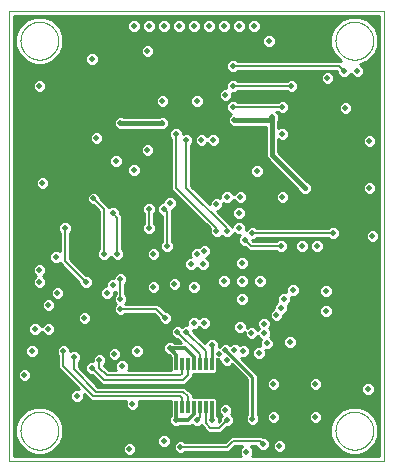
<source format=gbl>
G75*
%MOIN*%
%OFA0B0*%
%FSLAX25Y25*%
%IPPOS*%
%LPD*%
%AMOC8*
5,1,8,0,0,1.08239X$1,22.5*
%
%ADD10C,0.00000*%
%ADD11R,0.01181X0.03937*%
%ADD12C,0.01969*%
%ADD13C,0.01200*%
%ADD14C,0.01000*%
%ADD15C,0.00800*%
%ADD16C,0.00600*%
%ADD17C,0.01600*%
D10*
X0031033Y0023661D02*
X0031033Y0173661D01*
X0156033Y0173661D01*
X0156033Y0023661D01*
X0031033Y0023661D01*
X0034734Y0033661D02*
X0034736Y0033819D01*
X0034742Y0033977D01*
X0034752Y0034135D01*
X0034766Y0034293D01*
X0034784Y0034450D01*
X0034805Y0034607D01*
X0034831Y0034763D01*
X0034861Y0034919D01*
X0034894Y0035074D01*
X0034932Y0035227D01*
X0034973Y0035380D01*
X0035018Y0035532D01*
X0035067Y0035683D01*
X0035120Y0035832D01*
X0035176Y0035980D01*
X0035236Y0036126D01*
X0035300Y0036271D01*
X0035368Y0036414D01*
X0035439Y0036556D01*
X0035513Y0036696D01*
X0035591Y0036833D01*
X0035673Y0036969D01*
X0035757Y0037103D01*
X0035846Y0037234D01*
X0035937Y0037363D01*
X0036032Y0037490D01*
X0036129Y0037615D01*
X0036230Y0037737D01*
X0036334Y0037856D01*
X0036441Y0037973D01*
X0036551Y0038087D01*
X0036664Y0038198D01*
X0036779Y0038307D01*
X0036897Y0038412D01*
X0037018Y0038514D01*
X0037141Y0038614D01*
X0037267Y0038710D01*
X0037395Y0038803D01*
X0037525Y0038893D01*
X0037658Y0038979D01*
X0037793Y0039063D01*
X0037929Y0039142D01*
X0038068Y0039219D01*
X0038209Y0039291D01*
X0038351Y0039361D01*
X0038495Y0039426D01*
X0038641Y0039488D01*
X0038788Y0039546D01*
X0038937Y0039601D01*
X0039087Y0039652D01*
X0039238Y0039699D01*
X0039390Y0039742D01*
X0039543Y0039781D01*
X0039698Y0039817D01*
X0039853Y0039848D01*
X0040009Y0039876D01*
X0040165Y0039900D01*
X0040322Y0039920D01*
X0040480Y0039936D01*
X0040637Y0039948D01*
X0040796Y0039956D01*
X0040954Y0039960D01*
X0041112Y0039960D01*
X0041270Y0039956D01*
X0041429Y0039948D01*
X0041586Y0039936D01*
X0041744Y0039920D01*
X0041901Y0039900D01*
X0042057Y0039876D01*
X0042213Y0039848D01*
X0042368Y0039817D01*
X0042523Y0039781D01*
X0042676Y0039742D01*
X0042828Y0039699D01*
X0042979Y0039652D01*
X0043129Y0039601D01*
X0043278Y0039546D01*
X0043425Y0039488D01*
X0043571Y0039426D01*
X0043715Y0039361D01*
X0043857Y0039291D01*
X0043998Y0039219D01*
X0044137Y0039142D01*
X0044273Y0039063D01*
X0044408Y0038979D01*
X0044541Y0038893D01*
X0044671Y0038803D01*
X0044799Y0038710D01*
X0044925Y0038614D01*
X0045048Y0038514D01*
X0045169Y0038412D01*
X0045287Y0038307D01*
X0045402Y0038198D01*
X0045515Y0038087D01*
X0045625Y0037973D01*
X0045732Y0037856D01*
X0045836Y0037737D01*
X0045937Y0037615D01*
X0046034Y0037490D01*
X0046129Y0037363D01*
X0046220Y0037234D01*
X0046309Y0037103D01*
X0046393Y0036969D01*
X0046475Y0036833D01*
X0046553Y0036696D01*
X0046627Y0036556D01*
X0046698Y0036414D01*
X0046766Y0036271D01*
X0046830Y0036126D01*
X0046890Y0035980D01*
X0046946Y0035832D01*
X0046999Y0035683D01*
X0047048Y0035532D01*
X0047093Y0035380D01*
X0047134Y0035227D01*
X0047172Y0035074D01*
X0047205Y0034919D01*
X0047235Y0034763D01*
X0047261Y0034607D01*
X0047282Y0034450D01*
X0047300Y0034293D01*
X0047314Y0034135D01*
X0047324Y0033977D01*
X0047330Y0033819D01*
X0047332Y0033661D01*
X0047330Y0033503D01*
X0047324Y0033345D01*
X0047314Y0033187D01*
X0047300Y0033029D01*
X0047282Y0032872D01*
X0047261Y0032715D01*
X0047235Y0032559D01*
X0047205Y0032403D01*
X0047172Y0032248D01*
X0047134Y0032095D01*
X0047093Y0031942D01*
X0047048Y0031790D01*
X0046999Y0031639D01*
X0046946Y0031490D01*
X0046890Y0031342D01*
X0046830Y0031196D01*
X0046766Y0031051D01*
X0046698Y0030908D01*
X0046627Y0030766D01*
X0046553Y0030626D01*
X0046475Y0030489D01*
X0046393Y0030353D01*
X0046309Y0030219D01*
X0046220Y0030088D01*
X0046129Y0029959D01*
X0046034Y0029832D01*
X0045937Y0029707D01*
X0045836Y0029585D01*
X0045732Y0029466D01*
X0045625Y0029349D01*
X0045515Y0029235D01*
X0045402Y0029124D01*
X0045287Y0029015D01*
X0045169Y0028910D01*
X0045048Y0028808D01*
X0044925Y0028708D01*
X0044799Y0028612D01*
X0044671Y0028519D01*
X0044541Y0028429D01*
X0044408Y0028343D01*
X0044273Y0028259D01*
X0044137Y0028180D01*
X0043998Y0028103D01*
X0043857Y0028031D01*
X0043715Y0027961D01*
X0043571Y0027896D01*
X0043425Y0027834D01*
X0043278Y0027776D01*
X0043129Y0027721D01*
X0042979Y0027670D01*
X0042828Y0027623D01*
X0042676Y0027580D01*
X0042523Y0027541D01*
X0042368Y0027505D01*
X0042213Y0027474D01*
X0042057Y0027446D01*
X0041901Y0027422D01*
X0041744Y0027402D01*
X0041586Y0027386D01*
X0041429Y0027374D01*
X0041270Y0027366D01*
X0041112Y0027362D01*
X0040954Y0027362D01*
X0040796Y0027366D01*
X0040637Y0027374D01*
X0040480Y0027386D01*
X0040322Y0027402D01*
X0040165Y0027422D01*
X0040009Y0027446D01*
X0039853Y0027474D01*
X0039698Y0027505D01*
X0039543Y0027541D01*
X0039390Y0027580D01*
X0039238Y0027623D01*
X0039087Y0027670D01*
X0038937Y0027721D01*
X0038788Y0027776D01*
X0038641Y0027834D01*
X0038495Y0027896D01*
X0038351Y0027961D01*
X0038209Y0028031D01*
X0038068Y0028103D01*
X0037929Y0028180D01*
X0037793Y0028259D01*
X0037658Y0028343D01*
X0037525Y0028429D01*
X0037395Y0028519D01*
X0037267Y0028612D01*
X0037141Y0028708D01*
X0037018Y0028808D01*
X0036897Y0028910D01*
X0036779Y0029015D01*
X0036664Y0029124D01*
X0036551Y0029235D01*
X0036441Y0029349D01*
X0036334Y0029466D01*
X0036230Y0029585D01*
X0036129Y0029707D01*
X0036032Y0029832D01*
X0035937Y0029959D01*
X0035846Y0030088D01*
X0035757Y0030219D01*
X0035673Y0030353D01*
X0035591Y0030489D01*
X0035513Y0030626D01*
X0035439Y0030766D01*
X0035368Y0030908D01*
X0035300Y0031051D01*
X0035236Y0031196D01*
X0035176Y0031342D01*
X0035120Y0031490D01*
X0035067Y0031639D01*
X0035018Y0031790D01*
X0034973Y0031942D01*
X0034932Y0032095D01*
X0034894Y0032248D01*
X0034861Y0032403D01*
X0034831Y0032559D01*
X0034805Y0032715D01*
X0034784Y0032872D01*
X0034766Y0033029D01*
X0034752Y0033187D01*
X0034742Y0033345D01*
X0034736Y0033503D01*
X0034734Y0033661D01*
X0139734Y0033661D02*
X0139736Y0033819D01*
X0139742Y0033977D01*
X0139752Y0034135D01*
X0139766Y0034293D01*
X0139784Y0034450D01*
X0139805Y0034607D01*
X0139831Y0034763D01*
X0139861Y0034919D01*
X0139894Y0035074D01*
X0139932Y0035227D01*
X0139973Y0035380D01*
X0140018Y0035532D01*
X0140067Y0035683D01*
X0140120Y0035832D01*
X0140176Y0035980D01*
X0140236Y0036126D01*
X0140300Y0036271D01*
X0140368Y0036414D01*
X0140439Y0036556D01*
X0140513Y0036696D01*
X0140591Y0036833D01*
X0140673Y0036969D01*
X0140757Y0037103D01*
X0140846Y0037234D01*
X0140937Y0037363D01*
X0141032Y0037490D01*
X0141129Y0037615D01*
X0141230Y0037737D01*
X0141334Y0037856D01*
X0141441Y0037973D01*
X0141551Y0038087D01*
X0141664Y0038198D01*
X0141779Y0038307D01*
X0141897Y0038412D01*
X0142018Y0038514D01*
X0142141Y0038614D01*
X0142267Y0038710D01*
X0142395Y0038803D01*
X0142525Y0038893D01*
X0142658Y0038979D01*
X0142793Y0039063D01*
X0142929Y0039142D01*
X0143068Y0039219D01*
X0143209Y0039291D01*
X0143351Y0039361D01*
X0143495Y0039426D01*
X0143641Y0039488D01*
X0143788Y0039546D01*
X0143937Y0039601D01*
X0144087Y0039652D01*
X0144238Y0039699D01*
X0144390Y0039742D01*
X0144543Y0039781D01*
X0144698Y0039817D01*
X0144853Y0039848D01*
X0145009Y0039876D01*
X0145165Y0039900D01*
X0145322Y0039920D01*
X0145480Y0039936D01*
X0145637Y0039948D01*
X0145796Y0039956D01*
X0145954Y0039960D01*
X0146112Y0039960D01*
X0146270Y0039956D01*
X0146429Y0039948D01*
X0146586Y0039936D01*
X0146744Y0039920D01*
X0146901Y0039900D01*
X0147057Y0039876D01*
X0147213Y0039848D01*
X0147368Y0039817D01*
X0147523Y0039781D01*
X0147676Y0039742D01*
X0147828Y0039699D01*
X0147979Y0039652D01*
X0148129Y0039601D01*
X0148278Y0039546D01*
X0148425Y0039488D01*
X0148571Y0039426D01*
X0148715Y0039361D01*
X0148857Y0039291D01*
X0148998Y0039219D01*
X0149137Y0039142D01*
X0149273Y0039063D01*
X0149408Y0038979D01*
X0149541Y0038893D01*
X0149671Y0038803D01*
X0149799Y0038710D01*
X0149925Y0038614D01*
X0150048Y0038514D01*
X0150169Y0038412D01*
X0150287Y0038307D01*
X0150402Y0038198D01*
X0150515Y0038087D01*
X0150625Y0037973D01*
X0150732Y0037856D01*
X0150836Y0037737D01*
X0150937Y0037615D01*
X0151034Y0037490D01*
X0151129Y0037363D01*
X0151220Y0037234D01*
X0151309Y0037103D01*
X0151393Y0036969D01*
X0151475Y0036833D01*
X0151553Y0036696D01*
X0151627Y0036556D01*
X0151698Y0036414D01*
X0151766Y0036271D01*
X0151830Y0036126D01*
X0151890Y0035980D01*
X0151946Y0035832D01*
X0151999Y0035683D01*
X0152048Y0035532D01*
X0152093Y0035380D01*
X0152134Y0035227D01*
X0152172Y0035074D01*
X0152205Y0034919D01*
X0152235Y0034763D01*
X0152261Y0034607D01*
X0152282Y0034450D01*
X0152300Y0034293D01*
X0152314Y0034135D01*
X0152324Y0033977D01*
X0152330Y0033819D01*
X0152332Y0033661D01*
X0152330Y0033503D01*
X0152324Y0033345D01*
X0152314Y0033187D01*
X0152300Y0033029D01*
X0152282Y0032872D01*
X0152261Y0032715D01*
X0152235Y0032559D01*
X0152205Y0032403D01*
X0152172Y0032248D01*
X0152134Y0032095D01*
X0152093Y0031942D01*
X0152048Y0031790D01*
X0151999Y0031639D01*
X0151946Y0031490D01*
X0151890Y0031342D01*
X0151830Y0031196D01*
X0151766Y0031051D01*
X0151698Y0030908D01*
X0151627Y0030766D01*
X0151553Y0030626D01*
X0151475Y0030489D01*
X0151393Y0030353D01*
X0151309Y0030219D01*
X0151220Y0030088D01*
X0151129Y0029959D01*
X0151034Y0029832D01*
X0150937Y0029707D01*
X0150836Y0029585D01*
X0150732Y0029466D01*
X0150625Y0029349D01*
X0150515Y0029235D01*
X0150402Y0029124D01*
X0150287Y0029015D01*
X0150169Y0028910D01*
X0150048Y0028808D01*
X0149925Y0028708D01*
X0149799Y0028612D01*
X0149671Y0028519D01*
X0149541Y0028429D01*
X0149408Y0028343D01*
X0149273Y0028259D01*
X0149137Y0028180D01*
X0148998Y0028103D01*
X0148857Y0028031D01*
X0148715Y0027961D01*
X0148571Y0027896D01*
X0148425Y0027834D01*
X0148278Y0027776D01*
X0148129Y0027721D01*
X0147979Y0027670D01*
X0147828Y0027623D01*
X0147676Y0027580D01*
X0147523Y0027541D01*
X0147368Y0027505D01*
X0147213Y0027474D01*
X0147057Y0027446D01*
X0146901Y0027422D01*
X0146744Y0027402D01*
X0146586Y0027386D01*
X0146429Y0027374D01*
X0146270Y0027366D01*
X0146112Y0027362D01*
X0145954Y0027362D01*
X0145796Y0027366D01*
X0145637Y0027374D01*
X0145480Y0027386D01*
X0145322Y0027402D01*
X0145165Y0027422D01*
X0145009Y0027446D01*
X0144853Y0027474D01*
X0144698Y0027505D01*
X0144543Y0027541D01*
X0144390Y0027580D01*
X0144238Y0027623D01*
X0144087Y0027670D01*
X0143937Y0027721D01*
X0143788Y0027776D01*
X0143641Y0027834D01*
X0143495Y0027896D01*
X0143351Y0027961D01*
X0143209Y0028031D01*
X0143068Y0028103D01*
X0142929Y0028180D01*
X0142793Y0028259D01*
X0142658Y0028343D01*
X0142525Y0028429D01*
X0142395Y0028519D01*
X0142267Y0028612D01*
X0142141Y0028708D01*
X0142018Y0028808D01*
X0141897Y0028910D01*
X0141779Y0029015D01*
X0141664Y0029124D01*
X0141551Y0029235D01*
X0141441Y0029349D01*
X0141334Y0029466D01*
X0141230Y0029585D01*
X0141129Y0029707D01*
X0141032Y0029832D01*
X0140937Y0029959D01*
X0140846Y0030088D01*
X0140757Y0030219D01*
X0140673Y0030353D01*
X0140591Y0030489D01*
X0140513Y0030626D01*
X0140439Y0030766D01*
X0140368Y0030908D01*
X0140300Y0031051D01*
X0140236Y0031196D01*
X0140176Y0031342D01*
X0140120Y0031490D01*
X0140067Y0031639D01*
X0140018Y0031790D01*
X0139973Y0031942D01*
X0139932Y0032095D01*
X0139894Y0032248D01*
X0139861Y0032403D01*
X0139831Y0032559D01*
X0139805Y0032715D01*
X0139784Y0032872D01*
X0139766Y0033029D01*
X0139752Y0033187D01*
X0139742Y0033345D01*
X0139736Y0033503D01*
X0139734Y0033661D01*
X0139734Y0163661D02*
X0139736Y0163819D01*
X0139742Y0163977D01*
X0139752Y0164135D01*
X0139766Y0164293D01*
X0139784Y0164450D01*
X0139805Y0164607D01*
X0139831Y0164763D01*
X0139861Y0164919D01*
X0139894Y0165074D01*
X0139932Y0165227D01*
X0139973Y0165380D01*
X0140018Y0165532D01*
X0140067Y0165683D01*
X0140120Y0165832D01*
X0140176Y0165980D01*
X0140236Y0166126D01*
X0140300Y0166271D01*
X0140368Y0166414D01*
X0140439Y0166556D01*
X0140513Y0166696D01*
X0140591Y0166833D01*
X0140673Y0166969D01*
X0140757Y0167103D01*
X0140846Y0167234D01*
X0140937Y0167363D01*
X0141032Y0167490D01*
X0141129Y0167615D01*
X0141230Y0167737D01*
X0141334Y0167856D01*
X0141441Y0167973D01*
X0141551Y0168087D01*
X0141664Y0168198D01*
X0141779Y0168307D01*
X0141897Y0168412D01*
X0142018Y0168514D01*
X0142141Y0168614D01*
X0142267Y0168710D01*
X0142395Y0168803D01*
X0142525Y0168893D01*
X0142658Y0168979D01*
X0142793Y0169063D01*
X0142929Y0169142D01*
X0143068Y0169219D01*
X0143209Y0169291D01*
X0143351Y0169361D01*
X0143495Y0169426D01*
X0143641Y0169488D01*
X0143788Y0169546D01*
X0143937Y0169601D01*
X0144087Y0169652D01*
X0144238Y0169699D01*
X0144390Y0169742D01*
X0144543Y0169781D01*
X0144698Y0169817D01*
X0144853Y0169848D01*
X0145009Y0169876D01*
X0145165Y0169900D01*
X0145322Y0169920D01*
X0145480Y0169936D01*
X0145637Y0169948D01*
X0145796Y0169956D01*
X0145954Y0169960D01*
X0146112Y0169960D01*
X0146270Y0169956D01*
X0146429Y0169948D01*
X0146586Y0169936D01*
X0146744Y0169920D01*
X0146901Y0169900D01*
X0147057Y0169876D01*
X0147213Y0169848D01*
X0147368Y0169817D01*
X0147523Y0169781D01*
X0147676Y0169742D01*
X0147828Y0169699D01*
X0147979Y0169652D01*
X0148129Y0169601D01*
X0148278Y0169546D01*
X0148425Y0169488D01*
X0148571Y0169426D01*
X0148715Y0169361D01*
X0148857Y0169291D01*
X0148998Y0169219D01*
X0149137Y0169142D01*
X0149273Y0169063D01*
X0149408Y0168979D01*
X0149541Y0168893D01*
X0149671Y0168803D01*
X0149799Y0168710D01*
X0149925Y0168614D01*
X0150048Y0168514D01*
X0150169Y0168412D01*
X0150287Y0168307D01*
X0150402Y0168198D01*
X0150515Y0168087D01*
X0150625Y0167973D01*
X0150732Y0167856D01*
X0150836Y0167737D01*
X0150937Y0167615D01*
X0151034Y0167490D01*
X0151129Y0167363D01*
X0151220Y0167234D01*
X0151309Y0167103D01*
X0151393Y0166969D01*
X0151475Y0166833D01*
X0151553Y0166696D01*
X0151627Y0166556D01*
X0151698Y0166414D01*
X0151766Y0166271D01*
X0151830Y0166126D01*
X0151890Y0165980D01*
X0151946Y0165832D01*
X0151999Y0165683D01*
X0152048Y0165532D01*
X0152093Y0165380D01*
X0152134Y0165227D01*
X0152172Y0165074D01*
X0152205Y0164919D01*
X0152235Y0164763D01*
X0152261Y0164607D01*
X0152282Y0164450D01*
X0152300Y0164293D01*
X0152314Y0164135D01*
X0152324Y0163977D01*
X0152330Y0163819D01*
X0152332Y0163661D01*
X0152330Y0163503D01*
X0152324Y0163345D01*
X0152314Y0163187D01*
X0152300Y0163029D01*
X0152282Y0162872D01*
X0152261Y0162715D01*
X0152235Y0162559D01*
X0152205Y0162403D01*
X0152172Y0162248D01*
X0152134Y0162095D01*
X0152093Y0161942D01*
X0152048Y0161790D01*
X0151999Y0161639D01*
X0151946Y0161490D01*
X0151890Y0161342D01*
X0151830Y0161196D01*
X0151766Y0161051D01*
X0151698Y0160908D01*
X0151627Y0160766D01*
X0151553Y0160626D01*
X0151475Y0160489D01*
X0151393Y0160353D01*
X0151309Y0160219D01*
X0151220Y0160088D01*
X0151129Y0159959D01*
X0151034Y0159832D01*
X0150937Y0159707D01*
X0150836Y0159585D01*
X0150732Y0159466D01*
X0150625Y0159349D01*
X0150515Y0159235D01*
X0150402Y0159124D01*
X0150287Y0159015D01*
X0150169Y0158910D01*
X0150048Y0158808D01*
X0149925Y0158708D01*
X0149799Y0158612D01*
X0149671Y0158519D01*
X0149541Y0158429D01*
X0149408Y0158343D01*
X0149273Y0158259D01*
X0149137Y0158180D01*
X0148998Y0158103D01*
X0148857Y0158031D01*
X0148715Y0157961D01*
X0148571Y0157896D01*
X0148425Y0157834D01*
X0148278Y0157776D01*
X0148129Y0157721D01*
X0147979Y0157670D01*
X0147828Y0157623D01*
X0147676Y0157580D01*
X0147523Y0157541D01*
X0147368Y0157505D01*
X0147213Y0157474D01*
X0147057Y0157446D01*
X0146901Y0157422D01*
X0146744Y0157402D01*
X0146586Y0157386D01*
X0146429Y0157374D01*
X0146270Y0157366D01*
X0146112Y0157362D01*
X0145954Y0157362D01*
X0145796Y0157366D01*
X0145637Y0157374D01*
X0145480Y0157386D01*
X0145322Y0157402D01*
X0145165Y0157422D01*
X0145009Y0157446D01*
X0144853Y0157474D01*
X0144698Y0157505D01*
X0144543Y0157541D01*
X0144390Y0157580D01*
X0144238Y0157623D01*
X0144087Y0157670D01*
X0143937Y0157721D01*
X0143788Y0157776D01*
X0143641Y0157834D01*
X0143495Y0157896D01*
X0143351Y0157961D01*
X0143209Y0158031D01*
X0143068Y0158103D01*
X0142929Y0158180D01*
X0142793Y0158259D01*
X0142658Y0158343D01*
X0142525Y0158429D01*
X0142395Y0158519D01*
X0142267Y0158612D01*
X0142141Y0158708D01*
X0142018Y0158808D01*
X0141897Y0158910D01*
X0141779Y0159015D01*
X0141664Y0159124D01*
X0141551Y0159235D01*
X0141441Y0159349D01*
X0141334Y0159466D01*
X0141230Y0159585D01*
X0141129Y0159707D01*
X0141032Y0159832D01*
X0140937Y0159959D01*
X0140846Y0160088D01*
X0140757Y0160219D01*
X0140673Y0160353D01*
X0140591Y0160489D01*
X0140513Y0160626D01*
X0140439Y0160766D01*
X0140368Y0160908D01*
X0140300Y0161051D01*
X0140236Y0161196D01*
X0140176Y0161342D01*
X0140120Y0161490D01*
X0140067Y0161639D01*
X0140018Y0161790D01*
X0139973Y0161942D01*
X0139932Y0162095D01*
X0139894Y0162248D01*
X0139861Y0162403D01*
X0139831Y0162559D01*
X0139805Y0162715D01*
X0139784Y0162872D01*
X0139766Y0163029D01*
X0139752Y0163187D01*
X0139742Y0163345D01*
X0139736Y0163503D01*
X0139734Y0163661D01*
X0034734Y0163661D02*
X0034736Y0163819D01*
X0034742Y0163977D01*
X0034752Y0164135D01*
X0034766Y0164293D01*
X0034784Y0164450D01*
X0034805Y0164607D01*
X0034831Y0164763D01*
X0034861Y0164919D01*
X0034894Y0165074D01*
X0034932Y0165227D01*
X0034973Y0165380D01*
X0035018Y0165532D01*
X0035067Y0165683D01*
X0035120Y0165832D01*
X0035176Y0165980D01*
X0035236Y0166126D01*
X0035300Y0166271D01*
X0035368Y0166414D01*
X0035439Y0166556D01*
X0035513Y0166696D01*
X0035591Y0166833D01*
X0035673Y0166969D01*
X0035757Y0167103D01*
X0035846Y0167234D01*
X0035937Y0167363D01*
X0036032Y0167490D01*
X0036129Y0167615D01*
X0036230Y0167737D01*
X0036334Y0167856D01*
X0036441Y0167973D01*
X0036551Y0168087D01*
X0036664Y0168198D01*
X0036779Y0168307D01*
X0036897Y0168412D01*
X0037018Y0168514D01*
X0037141Y0168614D01*
X0037267Y0168710D01*
X0037395Y0168803D01*
X0037525Y0168893D01*
X0037658Y0168979D01*
X0037793Y0169063D01*
X0037929Y0169142D01*
X0038068Y0169219D01*
X0038209Y0169291D01*
X0038351Y0169361D01*
X0038495Y0169426D01*
X0038641Y0169488D01*
X0038788Y0169546D01*
X0038937Y0169601D01*
X0039087Y0169652D01*
X0039238Y0169699D01*
X0039390Y0169742D01*
X0039543Y0169781D01*
X0039698Y0169817D01*
X0039853Y0169848D01*
X0040009Y0169876D01*
X0040165Y0169900D01*
X0040322Y0169920D01*
X0040480Y0169936D01*
X0040637Y0169948D01*
X0040796Y0169956D01*
X0040954Y0169960D01*
X0041112Y0169960D01*
X0041270Y0169956D01*
X0041429Y0169948D01*
X0041586Y0169936D01*
X0041744Y0169920D01*
X0041901Y0169900D01*
X0042057Y0169876D01*
X0042213Y0169848D01*
X0042368Y0169817D01*
X0042523Y0169781D01*
X0042676Y0169742D01*
X0042828Y0169699D01*
X0042979Y0169652D01*
X0043129Y0169601D01*
X0043278Y0169546D01*
X0043425Y0169488D01*
X0043571Y0169426D01*
X0043715Y0169361D01*
X0043857Y0169291D01*
X0043998Y0169219D01*
X0044137Y0169142D01*
X0044273Y0169063D01*
X0044408Y0168979D01*
X0044541Y0168893D01*
X0044671Y0168803D01*
X0044799Y0168710D01*
X0044925Y0168614D01*
X0045048Y0168514D01*
X0045169Y0168412D01*
X0045287Y0168307D01*
X0045402Y0168198D01*
X0045515Y0168087D01*
X0045625Y0167973D01*
X0045732Y0167856D01*
X0045836Y0167737D01*
X0045937Y0167615D01*
X0046034Y0167490D01*
X0046129Y0167363D01*
X0046220Y0167234D01*
X0046309Y0167103D01*
X0046393Y0166969D01*
X0046475Y0166833D01*
X0046553Y0166696D01*
X0046627Y0166556D01*
X0046698Y0166414D01*
X0046766Y0166271D01*
X0046830Y0166126D01*
X0046890Y0165980D01*
X0046946Y0165832D01*
X0046999Y0165683D01*
X0047048Y0165532D01*
X0047093Y0165380D01*
X0047134Y0165227D01*
X0047172Y0165074D01*
X0047205Y0164919D01*
X0047235Y0164763D01*
X0047261Y0164607D01*
X0047282Y0164450D01*
X0047300Y0164293D01*
X0047314Y0164135D01*
X0047324Y0163977D01*
X0047330Y0163819D01*
X0047332Y0163661D01*
X0047330Y0163503D01*
X0047324Y0163345D01*
X0047314Y0163187D01*
X0047300Y0163029D01*
X0047282Y0162872D01*
X0047261Y0162715D01*
X0047235Y0162559D01*
X0047205Y0162403D01*
X0047172Y0162248D01*
X0047134Y0162095D01*
X0047093Y0161942D01*
X0047048Y0161790D01*
X0046999Y0161639D01*
X0046946Y0161490D01*
X0046890Y0161342D01*
X0046830Y0161196D01*
X0046766Y0161051D01*
X0046698Y0160908D01*
X0046627Y0160766D01*
X0046553Y0160626D01*
X0046475Y0160489D01*
X0046393Y0160353D01*
X0046309Y0160219D01*
X0046220Y0160088D01*
X0046129Y0159959D01*
X0046034Y0159832D01*
X0045937Y0159707D01*
X0045836Y0159585D01*
X0045732Y0159466D01*
X0045625Y0159349D01*
X0045515Y0159235D01*
X0045402Y0159124D01*
X0045287Y0159015D01*
X0045169Y0158910D01*
X0045048Y0158808D01*
X0044925Y0158708D01*
X0044799Y0158612D01*
X0044671Y0158519D01*
X0044541Y0158429D01*
X0044408Y0158343D01*
X0044273Y0158259D01*
X0044137Y0158180D01*
X0043998Y0158103D01*
X0043857Y0158031D01*
X0043715Y0157961D01*
X0043571Y0157896D01*
X0043425Y0157834D01*
X0043278Y0157776D01*
X0043129Y0157721D01*
X0042979Y0157670D01*
X0042828Y0157623D01*
X0042676Y0157580D01*
X0042523Y0157541D01*
X0042368Y0157505D01*
X0042213Y0157474D01*
X0042057Y0157446D01*
X0041901Y0157422D01*
X0041744Y0157402D01*
X0041586Y0157386D01*
X0041429Y0157374D01*
X0041270Y0157366D01*
X0041112Y0157362D01*
X0040954Y0157362D01*
X0040796Y0157366D01*
X0040637Y0157374D01*
X0040480Y0157386D01*
X0040322Y0157402D01*
X0040165Y0157422D01*
X0040009Y0157446D01*
X0039853Y0157474D01*
X0039698Y0157505D01*
X0039543Y0157541D01*
X0039390Y0157580D01*
X0039238Y0157623D01*
X0039087Y0157670D01*
X0038937Y0157721D01*
X0038788Y0157776D01*
X0038641Y0157834D01*
X0038495Y0157896D01*
X0038351Y0157961D01*
X0038209Y0158031D01*
X0038068Y0158103D01*
X0037929Y0158180D01*
X0037793Y0158259D01*
X0037658Y0158343D01*
X0037525Y0158429D01*
X0037395Y0158519D01*
X0037267Y0158612D01*
X0037141Y0158708D01*
X0037018Y0158808D01*
X0036897Y0158910D01*
X0036779Y0159015D01*
X0036664Y0159124D01*
X0036551Y0159235D01*
X0036441Y0159349D01*
X0036334Y0159466D01*
X0036230Y0159585D01*
X0036129Y0159707D01*
X0036032Y0159832D01*
X0035937Y0159959D01*
X0035846Y0160088D01*
X0035757Y0160219D01*
X0035673Y0160353D01*
X0035591Y0160489D01*
X0035513Y0160626D01*
X0035439Y0160766D01*
X0035368Y0160908D01*
X0035300Y0161051D01*
X0035236Y0161196D01*
X0035176Y0161342D01*
X0035120Y0161490D01*
X0035067Y0161639D01*
X0035018Y0161790D01*
X0034973Y0161942D01*
X0034932Y0162095D01*
X0034894Y0162248D01*
X0034861Y0162403D01*
X0034831Y0162559D01*
X0034805Y0162715D01*
X0034784Y0162872D01*
X0034766Y0163029D01*
X0034752Y0163187D01*
X0034742Y0163345D01*
X0034736Y0163503D01*
X0034734Y0163661D01*
D11*
X0086643Y0055748D03*
X0088612Y0055748D03*
X0090580Y0055748D03*
X0092549Y0055748D03*
X0094517Y0055748D03*
X0096486Y0055748D03*
X0098454Y0055748D03*
X0100423Y0055748D03*
X0100423Y0041574D03*
X0098454Y0041574D03*
X0096486Y0041574D03*
X0094517Y0041574D03*
X0092549Y0041574D03*
X0090580Y0041574D03*
X0088612Y0041574D03*
X0086643Y0041574D03*
D12*
X0086533Y0037161D03*
X0093533Y0037161D03*
X0098533Y0037161D03*
X0103533Y0037161D03*
X0103033Y0040661D03*
X0112033Y0037661D03*
X0115533Y0029161D03*
X0121033Y0028661D03*
X0119033Y0038161D03*
X0119033Y0049161D03*
X0114133Y0059461D03*
X0116933Y0062761D03*
X0115933Y0066261D03*
X0115933Y0069361D03*
X0120033Y0072161D03*
X0121533Y0074661D03*
X0122533Y0077661D03*
X0125533Y0080661D03*
X0128533Y0080661D03*
X0128533Y0073661D03*
X0128533Y0066661D03*
X0124533Y0063161D03*
X0136533Y0073661D03*
X0136533Y0080161D03*
X0133533Y0095161D03*
X0128533Y0095161D03*
X0121533Y0095161D03*
X0122533Y0088161D03*
X0114533Y0083661D03*
X0108533Y0083661D03*
X0108533Y0089661D03*
X0102533Y0083661D03*
X0108533Y0077661D03*
X0107833Y0068261D03*
X0111733Y0066261D03*
X0109033Y0060161D03*
X0106033Y0060661D03*
X0103033Y0060661D03*
X0101033Y0059161D03*
X0103533Y0057161D03*
X0098533Y0062161D03*
X0096033Y0069661D03*
X0092533Y0069661D03*
X0090033Y0066661D03*
X0087033Y0066661D03*
X0083033Y0071161D03*
X0084533Y0061161D03*
X0073533Y0060161D03*
X0068533Y0055161D03*
X0066033Y0059161D03*
X0061033Y0057161D03*
X0058533Y0054661D03*
X0052533Y0058161D03*
X0049033Y0060161D03*
X0044033Y0067661D03*
X0039533Y0067661D03*
X0038533Y0060161D03*
X0036033Y0052161D03*
X0053533Y0045161D03*
X0072033Y0042661D03*
X0074533Y0039161D03*
X0082533Y0030161D03*
X0088033Y0028161D03*
X0071033Y0027661D03*
X0110033Y0026661D03*
X0133033Y0038161D03*
X0133033Y0049161D03*
X0150533Y0047661D03*
X0109533Y0097161D03*
X0112033Y0099661D03*
X0107533Y0101161D03*
X0103533Y0100161D03*
X0100033Y0100161D03*
X0096033Y0093661D03*
X0093533Y0092661D03*
X0091533Y0089220D03*
X0095533Y0089161D03*
X0088533Y0092161D03*
X0083533Y0095161D03*
X0079033Y0092661D03*
X0077533Y0101161D03*
X0077533Y0107661D03*
X0082533Y0107661D03*
X0084533Y0109661D03*
X0091533Y0103161D03*
X0100033Y0109161D03*
X0103533Y0111661D03*
X0108033Y0111661D03*
X0107533Y0106161D03*
X0113533Y0120161D03*
X0122033Y0111661D03*
X0129533Y0114661D03*
X0122533Y0102661D03*
X0139033Y0099661D03*
X0147533Y0105661D03*
X0152033Y0098661D03*
X0151033Y0114661D03*
X0147533Y0120661D03*
X0151033Y0130161D03*
X0143033Y0141161D03*
X0137033Y0151161D03*
X0142533Y0153661D03*
X0147033Y0153661D03*
X0125033Y0148661D03*
X0122033Y0141661D03*
X0118533Y0138161D03*
X0122033Y0132661D03*
X0106033Y0137161D03*
X0105533Y0141661D03*
X0103033Y0145661D03*
X0105533Y0148661D03*
X0105533Y0155161D03*
X0093533Y0143661D03*
X0086533Y0132661D03*
X0090033Y0130661D03*
X0095033Y0130661D03*
X0099033Y0130661D03*
X0082033Y0136161D03*
X0082033Y0143661D03*
X0068033Y0136161D03*
X0060033Y0131161D03*
X0066533Y0123661D03*
X0072533Y0120661D03*
X0069533Y0116161D03*
X0065533Y0106161D03*
X0059033Y0111102D03*
X0057533Y0116161D03*
X0042033Y0116161D03*
X0049533Y0101161D03*
X0046533Y0091661D03*
X0046533Y0086661D03*
X0041033Y0087161D03*
X0041033Y0083161D03*
X0047033Y0079661D03*
X0044033Y0075661D03*
X0036033Y0075161D03*
X0056033Y0071161D03*
X0063533Y0079661D03*
X0065533Y0082161D03*
X0068033Y0084161D03*
X0068033Y0077661D03*
X0068033Y0074161D03*
X0079033Y0081661D03*
X0086033Y0082661D03*
X0092533Y0081661D03*
X0067033Y0092661D03*
X0062533Y0092661D03*
X0056533Y0083161D03*
X0077033Y0127161D03*
X0058533Y0157661D03*
X0061033Y0165661D03*
X0072533Y0168661D03*
X0077533Y0168661D03*
X0082533Y0168661D03*
X0087533Y0168661D03*
X0092533Y0168661D03*
X0097533Y0168661D03*
X0102533Y0168661D03*
X0107533Y0168661D03*
X0112533Y0168661D03*
X0117533Y0163661D03*
X0077033Y0160161D03*
X0041033Y0148661D03*
D13*
X0084533Y0061161D02*
X0089533Y0061161D01*
X0092549Y0058145D01*
X0092549Y0055748D01*
X0086643Y0055748D02*
X0086643Y0059051D01*
X0084533Y0061161D01*
X0086643Y0041574D02*
X0086643Y0037271D01*
X0086533Y0037161D01*
X0090533Y0037161D01*
X0092549Y0039145D01*
X0092549Y0041574D01*
X0098454Y0041574D02*
X0098454Y0037240D01*
X0098533Y0037161D01*
D14*
X0100354Y0038570D02*
X0100354Y0042361D01*
X0100345Y0042371D01*
X0100345Y0044081D01*
X0099583Y0044843D01*
X0092280Y0044843D01*
X0092280Y0045818D01*
X0090733Y0047365D01*
X0089737Y0048361D01*
X0060737Y0048361D01*
X0054233Y0054865D01*
X0054233Y0056631D01*
X0054817Y0057215D01*
X0054817Y0059107D01*
X0053479Y0060445D01*
X0051587Y0060445D01*
X0051317Y0060176D01*
X0051317Y0061107D01*
X0049979Y0062445D01*
X0048087Y0062445D01*
X0046749Y0061107D01*
X0046749Y0059215D01*
X0047333Y0058631D01*
X0047333Y0054457D01*
X0048329Y0053461D01*
X0054344Y0047445D01*
X0052587Y0047445D01*
X0051249Y0046107D01*
X0051249Y0044215D01*
X0052587Y0042877D01*
X0054479Y0042877D01*
X0055817Y0044215D01*
X0055817Y0045973D01*
X0058329Y0043461D01*
X0069749Y0043461D01*
X0069749Y0041715D01*
X0071087Y0040377D01*
X0072979Y0040377D01*
X0074317Y0041715D01*
X0074317Y0043461D01*
X0084752Y0043461D01*
X0084752Y0042371D01*
X0084743Y0042361D01*
X0084743Y0038602D01*
X0084249Y0038107D01*
X0084249Y0036215D01*
X0085587Y0034877D01*
X0087479Y0034877D01*
X0087863Y0035261D01*
X0090525Y0035261D01*
X0091305Y0035255D01*
X0091311Y0035261D01*
X0091320Y0035261D01*
X0091761Y0035702D01*
X0092587Y0034877D01*
X0094479Y0034877D01*
X0095017Y0035414D01*
X0095870Y0034561D01*
X0097370Y0033061D01*
X0101696Y0033061D01*
X0102633Y0033998D01*
X0103511Y0034877D01*
X0104479Y0034877D01*
X0105817Y0036215D01*
X0105817Y0038107D01*
X0104763Y0039161D01*
X0105317Y0039715D01*
X0105317Y0041607D01*
X0103979Y0042945D01*
X0102087Y0042945D01*
X0100749Y0041607D01*
X0100749Y0039715D01*
X0101802Y0038661D01*
X0101249Y0038107D01*
X0101249Y0037139D01*
X0100817Y0036708D01*
X0100817Y0038107D01*
X0100354Y0038570D01*
X0100354Y0038639D02*
X0101780Y0038639D01*
X0101249Y0037640D02*
X0100817Y0037640D01*
X0100826Y0039637D02*
X0100354Y0039637D01*
X0100354Y0040636D02*
X0100749Y0040636D01*
X0100423Y0041574D02*
X0100423Y0055748D01*
X0100345Y0055613D02*
X0101850Y0055613D01*
X0101249Y0056215D02*
X0102587Y0054877D01*
X0104479Y0054877D01*
X0105375Y0055773D01*
X0110233Y0050915D01*
X0110233Y0039091D01*
X0109749Y0038607D01*
X0109749Y0036715D01*
X0111087Y0035377D01*
X0112979Y0035377D01*
X0114317Y0036715D01*
X0114317Y0038607D01*
X0113833Y0039091D01*
X0113833Y0052407D01*
X0108363Y0057877D01*
X0109979Y0057877D01*
X0111317Y0059215D01*
X0111317Y0061107D01*
X0109979Y0062445D01*
X0108087Y0062445D01*
X0107783Y0062141D01*
X0106979Y0062945D01*
X0105087Y0062945D01*
X0104533Y0062391D01*
X0103979Y0062945D01*
X0102087Y0062945D01*
X0100817Y0061676D01*
X0100817Y0063107D01*
X0099479Y0064445D01*
X0097587Y0064445D01*
X0096249Y0063107D01*
X0096249Y0062849D01*
X0092317Y0066781D01*
X0092317Y0067377D01*
X0093479Y0067377D01*
X0094283Y0068181D01*
X0095087Y0067377D01*
X0096979Y0067377D01*
X0098317Y0068715D01*
X0098317Y0070607D01*
X0096979Y0071945D01*
X0095087Y0071945D01*
X0094283Y0071141D01*
X0093479Y0071945D01*
X0091587Y0071945D01*
X0090249Y0070607D01*
X0090249Y0068945D01*
X0089087Y0068945D01*
X0088533Y0068391D01*
X0087979Y0068945D01*
X0086087Y0068945D01*
X0084749Y0067607D01*
X0084749Y0065715D01*
X0086087Y0064377D01*
X0086913Y0064377D01*
X0088229Y0063061D01*
X0085863Y0063061D01*
X0085479Y0063445D01*
X0083587Y0063445D01*
X0082249Y0062107D01*
X0082249Y0060215D01*
X0083587Y0058877D01*
X0084130Y0058877D01*
X0084743Y0058264D01*
X0084743Y0054961D01*
X0084752Y0054951D01*
X0084752Y0053861D01*
X0070463Y0053861D01*
X0070817Y0054215D01*
X0070817Y0056107D01*
X0069479Y0057445D01*
X0067587Y0057445D01*
X0066249Y0056107D01*
X0066249Y0054215D01*
X0066602Y0053861D01*
X0064237Y0053861D01*
X0062733Y0055365D01*
X0062733Y0055631D01*
X0063317Y0056215D01*
X0063317Y0058107D01*
X0061979Y0059445D01*
X0060087Y0059445D01*
X0058749Y0058107D01*
X0058749Y0056945D01*
X0057587Y0056945D01*
X0056249Y0055607D01*
X0056249Y0053715D01*
X0057587Y0052377D01*
X0058413Y0052377D01*
X0061829Y0048961D01*
X0089737Y0048961D01*
X0090733Y0049957D01*
X0091316Y0050540D01*
X0092312Y0051536D01*
X0092312Y0052479D01*
X0099583Y0052479D01*
X0100345Y0053241D01*
X0100345Y0056877D01*
X0101249Y0056877D01*
X0101249Y0056215D01*
X0101249Y0056612D02*
X0100345Y0056612D01*
X0100345Y0054615D02*
X0106533Y0054615D01*
X0105535Y0055613D02*
X0105216Y0055613D01*
X0107532Y0053616D02*
X0100345Y0053616D01*
X0099722Y0052618D02*
X0108530Y0052618D01*
X0109529Y0051619D02*
X0092312Y0051619D01*
X0091397Y0050621D02*
X0110233Y0050621D01*
X0110233Y0049622D02*
X0090398Y0049622D01*
X0090733Y0049957D02*
X0090733Y0049957D01*
X0091316Y0050540D02*
X0091316Y0050540D01*
X0090473Y0047625D02*
X0110233Y0047625D01*
X0110233Y0046627D02*
X0091471Y0046627D01*
X0092280Y0045628D02*
X0110233Y0045628D01*
X0110233Y0044630D02*
X0099796Y0044630D01*
X0100345Y0043631D02*
X0110233Y0043631D01*
X0110233Y0042633D02*
X0104291Y0042633D01*
X0105290Y0041634D02*
X0110233Y0041634D01*
X0110233Y0040636D02*
X0105317Y0040636D01*
X0105239Y0039637D02*
X0110233Y0039637D01*
X0109780Y0038639D02*
X0105286Y0038639D01*
X0105817Y0037640D02*
X0109749Y0037640D01*
X0109822Y0036642D02*
X0105817Y0036642D01*
X0105245Y0035643D02*
X0110820Y0035643D01*
X0112033Y0037661D02*
X0112033Y0051661D01*
X0103033Y0060661D01*
X0104321Y0062603D02*
X0104744Y0062603D01*
X0107321Y0062603D02*
X0114649Y0062603D01*
X0114649Y0061815D02*
X0114718Y0061745D01*
X0113187Y0061745D01*
X0111849Y0060407D01*
X0111849Y0058515D01*
X0113187Y0057177D01*
X0115079Y0057177D01*
X0116417Y0058515D01*
X0116417Y0060407D01*
X0116347Y0060477D01*
X0117879Y0060477D01*
X0119217Y0061815D01*
X0119217Y0063707D01*
X0117913Y0065011D01*
X0118217Y0065315D01*
X0118217Y0067207D01*
X0117613Y0067811D01*
X0118217Y0068415D01*
X0118217Y0070307D01*
X0116879Y0071645D01*
X0114987Y0071645D01*
X0113649Y0070307D01*
X0113649Y0068415D01*
X0114252Y0067811D01*
X0113833Y0067391D01*
X0112679Y0068545D01*
X0110787Y0068545D01*
X0110117Y0067876D01*
X0110117Y0069207D01*
X0108779Y0070545D01*
X0106887Y0070545D01*
X0105549Y0069207D01*
X0105549Y0067315D01*
X0106887Y0065977D01*
X0108779Y0065977D01*
X0109449Y0066646D01*
X0109449Y0065315D01*
X0110787Y0063977D01*
X0112679Y0063977D01*
X0113833Y0065131D01*
X0114952Y0064011D01*
X0114649Y0063707D01*
X0114649Y0061815D01*
X0113046Y0061604D02*
X0110820Y0061604D01*
X0111317Y0060606D02*
X0112047Y0060606D01*
X0111849Y0059607D02*
X0111317Y0059607D01*
X0111849Y0058609D02*
X0110711Y0058609D01*
X0109627Y0056612D02*
X0154352Y0056612D01*
X0154352Y0057610D02*
X0115513Y0057610D01*
X0116417Y0058609D02*
X0154352Y0058609D01*
X0154352Y0059607D02*
X0116417Y0059607D01*
X0118008Y0060606D02*
X0154352Y0060606D01*
X0154352Y0061604D02*
X0126207Y0061604D01*
X0126817Y0062215D02*
X0125479Y0060877D01*
X0123587Y0060877D01*
X0122249Y0062215D01*
X0122249Y0064107D01*
X0123587Y0065445D01*
X0125479Y0065445D01*
X0126817Y0064107D01*
X0126817Y0062215D01*
X0126817Y0062603D02*
X0154352Y0062603D01*
X0154352Y0063601D02*
X0126817Y0063601D01*
X0126324Y0064600D02*
X0154352Y0064600D01*
X0154352Y0065598D02*
X0118217Y0065598D01*
X0118217Y0066597D02*
X0154352Y0066597D01*
X0154352Y0067595D02*
X0117829Y0067595D01*
X0118217Y0068594D02*
X0154352Y0068594D01*
X0154352Y0069593D02*
X0118217Y0069593D01*
X0119087Y0069877D02*
X0117749Y0071215D01*
X0117749Y0073107D01*
X0119087Y0074445D01*
X0119249Y0074445D01*
X0119249Y0075607D01*
X0120302Y0076661D01*
X0120249Y0076715D01*
X0120249Y0078607D01*
X0121587Y0079945D01*
X0123249Y0079945D01*
X0123249Y0081607D01*
X0124587Y0082945D01*
X0126479Y0082945D01*
X0127817Y0081607D01*
X0127817Y0079715D01*
X0126479Y0078377D01*
X0124817Y0078377D01*
X0124817Y0076715D01*
X0123763Y0075661D01*
X0123817Y0075607D01*
X0123817Y0073715D01*
X0122479Y0072377D01*
X0122317Y0072377D01*
X0122317Y0071215D01*
X0120979Y0069877D01*
X0119087Y0069877D01*
X0118372Y0070591D02*
X0117933Y0070591D01*
X0117749Y0071590D02*
X0116935Y0071590D01*
X0117749Y0072588D02*
X0084836Y0072588D01*
X0085317Y0072107D02*
X0083979Y0073445D01*
X0083153Y0073445D01*
X0080737Y0075861D01*
X0069563Y0075861D01*
X0069513Y0075911D01*
X0070317Y0076715D01*
X0070317Y0078607D01*
X0069633Y0079291D01*
X0069633Y0082531D01*
X0070317Y0083215D01*
X0070317Y0085107D01*
X0068979Y0086445D01*
X0067087Y0086445D01*
X0065749Y0085107D01*
X0065749Y0084445D01*
X0064587Y0084445D01*
X0063249Y0083107D01*
X0063249Y0081945D01*
X0062587Y0081945D01*
X0061249Y0080607D01*
X0061249Y0078715D01*
X0062587Y0077377D01*
X0064479Y0077377D01*
X0065817Y0078715D01*
X0065817Y0079877D01*
X0066433Y0079877D01*
X0066433Y0079291D01*
X0065749Y0078607D01*
X0065749Y0076715D01*
X0066552Y0075911D01*
X0065749Y0075107D01*
X0065749Y0073215D01*
X0067087Y0071877D01*
X0068979Y0071877D01*
X0069563Y0072461D01*
X0079329Y0072461D01*
X0080749Y0071041D01*
X0080749Y0070215D01*
X0082087Y0068877D01*
X0083979Y0068877D01*
X0085317Y0070215D01*
X0085317Y0072107D01*
X0085317Y0071590D02*
X0091231Y0071590D01*
X0090249Y0070591D02*
X0085317Y0070591D01*
X0084695Y0069593D02*
X0090249Y0069593D01*
X0088735Y0068594D02*
X0088330Y0068594D01*
X0085735Y0068594D02*
X0046317Y0068594D01*
X0046317Y0068607D02*
X0044979Y0069945D01*
X0043087Y0069945D01*
X0041783Y0068641D01*
X0040479Y0069945D01*
X0038587Y0069945D01*
X0037249Y0068607D01*
X0037249Y0066715D01*
X0038587Y0065377D01*
X0040479Y0065377D01*
X0041783Y0066681D01*
X0043087Y0065377D01*
X0044979Y0065377D01*
X0046317Y0066715D01*
X0046317Y0068607D01*
X0046317Y0067595D02*
X0084749Y0067595D01*
X0084749Y0066597D02*
X0046199Y0066597D01*
X0045201Y0065598D02*
X0084865Y0065598D01*
X0085863Y0064600D02*
X0032714Y0064600D01*
X0032714Y0065598D02*
X0038365Y0065598D01*
X0037366Y0066597D02*
X0032714Y0066597D01*
X0032714Y0067595D02*
X0037249Y0067595D01*
X0037249Y0068594D02*
X0032714Y0068594D01*
X0032714Y0069593D02*
X0038234Y0069593D01*
X0040832Y0069593D02*
X0042734Y0069593D01*
X0045332Y0069593D02*
X0054371Y0069593D01*
X0053749Y0070215D02*
X0055087Y0068877D01*
X0056979Y0068877D01*
X0058317Y0070215D01*
X0058317Y0072107D01*
X0056979Y0073445D01*
X0055087Y0073445D01*
X0053749Y0072107D01*
X0053749Y0070215D01*
X0053749Y0070591D02*
X0032714Y0070591D01*
X0032714Y0071590D02*
X0053749Y0071590D01*
X0054229Y0072588D02*
X0032714Y0072588D01*
X0032714Y0073587D02*
X0042877Y0073587D01*
X0043087Y0073377D02*
X0041749Y0074715D01*
X0041749Y0076607D01*
X0043087Y0077945D01*
X0044979Y0077945D01*
X0046317Y0076607D01*
X0046317Y0074715D01*
X0044979Y0073377D01*
X0043087Y0073377D01*
X0041878Y0074585D02*
X0032714Y0074585D01*
X0032714Y0075584D02*
X0041749Y0075584D01*
X0041749Y0076582D02*
X0032714Y0076582D01*
X0032714Y0077581D02*
X0042722Y0077581D01*
X0044749Y0078715D02*
X0044749Y0080607D01*
X0046087Y0081945D01*
X0047979Y0081945D01*
X0049317Y0080607D01*
X0049317Y0078715D01*
X0047979Y0077377D01*
X0046087Y0077377D01*
X0044749Y0078715D01*
X0044884Y0078579D02*
X0032714Y0078579D01*
X0032714Y0079578D02*
X0044749Y0079578D01*
X0044749Y0080576D02*
X0032714Y0080576D01*
X0032714Y0081575D02*
X0039389Y0081575D01*
X0038749Y0082215D02*
X0040087Y0080877D01*
X0041979Y0080877D01*
X0043317Y0082215D01*
X0043317Y0084107D01*
X0042263Y0085161D01*
X0043317Y0086215D01*
X0043317Y0088107D01*
X0041979Y0089445D01*
X0040087Y0089445D01*
X0038749Y0088107D01*
X0038749Y0086215D01*
X0039802Y0085161D01*
X0038749Y0084107D01*
X0038749Y0082215D01*
X0038749Y0082573D02*
X0032714Y0082573D01*
X0032714Y0083572D02*
X0038749Y0083572D01*
X0039212Y0084570D02*
X0032714Y0084570D01*
X0032714Y0085569D02*
X0039395Y0085569D01*
X0038749Y0086567D02*
X0032714Y0086567D01*
X0032714Y0087566D02*
X0038749Y0087566D01*
X0039206Y0088564D02*
X0032714Y0088564D01*
X0032714Y0089563D02*
X0045401Y0089563D01*
X0045587Y0089377D02*
X0047479Y0089377D01*
X0047833Y0089731D01*
X0047833Y0089457D01*
X0054249Y0083041D01*
X0054249Y0082215D01*
X0055587Y0080877D01*
X0057479Y0080877D01*
X0058817Y0082215D01*
X0058817Y0084107D01*
X0057479Y0085445D01*
X0056653Y0085445D01*
X0051233Y0090865D01*
X0051233Y0099631D01*
X0051817Y0100215D01*
X0051817Y0102107D01*
X0050479Y0103445D01*
X0048587Y0103445D01*
X0047249Y0102107D01*
X0047249Y0100215D01*
X0047833Y0099631D01*
X0047833Y0093591D01*
X0047479Y0093945D01*
X0045587Y0093945D01*
X0044249Y0092607D01*
X0044249Y0090715D01*
X0045587Y0089377D01*
X0044402Y0090561D02*
X0032714Y0090561D01*
X0032714Y0091560D02*
X0044249Y0091560D01*
X0044249Y0092558D02*
X0032714Y0092558D01*
X0032714Y0093557D02*
X0045198Y0093557D01*
X0047833Y0094555D02*
X0032714Y0094555D01*
X0032714Y0095554D02*
X0047833Y0095554D01*
X0047833Y0096552D02*
X0032714Y0096552D01*
X0032714Y0097551D02*
X0047833Y0097551D01*
X0047833Y0098549D02*
X0032714Y0098549D01*
X0032714Y0099548D02*
X0047833Y0099548D01*
X0047249Y0100546D02*
X0032714Y0100546D01*
X0032714Y0101545D02*
X0047249Y0101545D01*
X0047685Y0102543D02*
X0032714Y0102543D01*
X0032714Y0103542D02*
X0060833Y0103542D01*
X0060833Y0104540D02*
X0032714Y0104540D01*
X0032714Y0105539D02*
X0060833Y0105539D01*
X0060833Y0106537D02*
X0032714Y0106537D01*
X0032714Y0107536D02*
X0060195Y0107536D01*
X0060833Y0106898D02*
X0060833Y0094191D01*
X0060249Y0093607D01*
X0060249Y0091715D01*
X0061587Y0090377D01*
X0063479Y0090377D01*
X0064783Y0091681D01*
X0066087Y0090377D01*
X0067979Y0090377D01*
X0069317Y0091715D01*
X0069317Y0093607D01*
X0068633Y0094291D01*
X0068633Y0105324D01*
X0067817Y0106139D01*
X0067817Y0107107D01*
X0066479Y0108445D01*
X0064587Y0108445D01*
X0064233Y0108091D01*
X0064233Y0108306D01*
X0061317Y0111222D01*
X0061317Y0112048D01*
X0059979Y0113386D01*
X0058087Y0113386D01*
X0056749Y0112048D01*
X0056749Y0110156D01*
X0058087Y0108818D01*
X0058913Y0108818D01*
X0060833Y0106898D01*
X0059196Y0108534D02*
X0032714Y0108534D01*
X0032714Y0109533D02*
X0057371Y0109533D01*
X0056749Y0110531D02*
X0032714Y0110531D01*
X0032714Y0111530D02*
X0056749Y0111530D01*
X0057229Y0112528D02*
X0032714Y0112528D01*
X0032714Y0113527D02*
X0085404Y0113527D01*
X0085870Y0113061D02*
X0084933Y0113998D01*
X0084933Y0131031D01*
X0084249Y0131715D01*
X0084249Y0133607D01*
X0085587Y0134945D01*
X0087479Y0134945D01*
X0088817Y0133607D01*
X0088817Y0132676D01*
X0089087Y0132945D01*
X0090979Y0132945D01*
X0092317Y0131607D01*
X0092317Y0129715D01*
X0091633Y0129031D01*
X0091633Y0115324D01*
X0097749Y0109208D01*
X0097749Y0110107D01*
X0099087Y0111445D01*
X0100979Y0111445D01*
X0101249Y0111176D01*
X0101249Y0112607D01*
X0102587Y0113945D01*
X0104479Y0113945D01*
X0105783Y0112641D01*
X0107087Y0113945D01*
X0108979Y0113945D01*
X0110317Y0112607D01*
X0110317Y0110715D01*
X0108979Y0109377D01*
X0107087Y0109377D01*
X0105783Y0110681D01*
X0104479Y0109377D01*
X0102587Y0109377D01*
X0102317Y0109646D01*
X0102317Y0108215D01*
X0100979Y0106877D01*
X0100080Y0106877D01*
X0105133Y0101824D01*
X0105133Y0101791D01*
X0105249Y0101676D01*
X0105249Y0102107D01*
X0106587Y0103445D01*
X0108479Y0103445D01*
X0109817Y0102107D01*
X0109817Y0100676D01*
X0111087Y0101945D01*
X0112979Y0101945D01*
X0113663Y0101261D01*
X0137402Y0101261D01*
X0138087Y0101945D01*
X0139979Y0101945D01*
X0141317Y0100607D01*
X0141317Y0098715D01*
X0139979Y0097377D01*
X0138087Y0097377D01*
X0137402Y0098061D01*
X0113663Y0098061D01*
X0112979Y0097377D01*
X0111817Y0097377D01*
X0111817Y0097139D01*
X0112196Y0096761D01*
X0119902Y0096761D01*
X0120587Y0097445D01*
X0122479Y0097445D01*
X0123817Y0096107D01*
X0123817Y0094215D01*
X0122479Y0092877D01*
X0120587Y0092877D01*
X0119902Y0093561D01*
X0110870Y0093561D01*
X0109933Y0094498D01*
X0109554Y0094877D01*
X0108587Y0094877D01*
X0107249Y0096215D01*
X0107249Y0098107D01*
X0108018Y0098877D01*
X0106587Y0098877D01*
X0105817Y0099646D01*
X0105817Y0099215D01*
X0104479Y0097877D01*
X0102587Y0097877D01*
X0101783Y0098681D01*
X0100979Y0097877D01*
X0099087Y0097877D01*
X0097749Y0099215D01*
X0097749Y0101107D01*
X0097786Y0101145D01*
X0085870Y0113061D01*
X0086403Y0112528D02*
X0060837Y0112528D01*
X0061317Y0111530D02*
X0083171Y0111530D01*
X0083587Y0111945D02*
X0082249Y0110607D01*
X0082249Y0109945D01*
X0081587Y0109945D01*
X0080249Y0108607D01*
X0080249Y0106715D01*
X0081587Y0105377D01*
X0081833Y0105377D01*
X0081833Y0096691D01*
X0081249Y0096107D01*
X0081249Y0094215D01*
X0082587Y0092877D01*
X0084479Y0092877D01*
X0085817Y0094215D01*
X0085817Y0096107D01*
X0085233Y0096691D01*
X0085233Y0107365D01*
X0085221Y0107377D01*
X0085479Y0107377D01*
X0086817Y0108715D01*
X0086817Y0110607D01*
X0085479Y0111945D01*
X0083587Y0111945D01*
X0082249Y0110531D02*
X0062007Y0110531D01*
X0063006Y0109533D02*
X0076174Y0109533D01*
X0076587Y0109945D02*
X0075249Y0108607D01*
X0075249Y0106715D01*
X0075833Y0106131D01*
X0075833Y0102691D01*
X0075249Y0102107D01*
X0075249Y0100215D01*
X0076587Y0098877D01*
X0078479Y0098877D01*
X0079817Y0100215D01*
X0079817Y0102107D01*
X0079233Y0102691D01*
X0079233Y0106131D01*
X0079817Y0106715D01*
X0079817Y0108607D01*
X0078479Y0109945D01*
X0076587Y0109945D01*
X0075249Y0108534D02*
X0064004Y0108534D01*
X0067388Y0107536D02*
X0075249Y0107536D01*
X0075426Y0106537D02*
X0067817Y0106537D01*
X0068418Y0105539D02*
X0075833Y0105539D01*
X0075833Y0104540D02*
X0068633Y0104540D01*
X0068633Y0103542D02*
X0075833Y0103542D01*
X0075685Y0102543D02*
X0068633Y0102543D01*
X0068633Y0101545D02*
X0075249Y0101545D01*
X0075249Y0100546D02*
X0068633Y0100546D01*
X0068633Y0099548D02*
X0075915Y0099548D01*
X0079150Y0099548D02*
X0081833Y0099548D01*
X0081833Y0100546D02*
X0079817Y0100546D01*
X0079817Y0101545D02*
X0081833Y0101545D01*
X0081833Y0102543D02*
X0079381Y0102543D01*
X0079233Y0103542D02*
X0081833Y0103542D01*
X0081833Y0104540D02*
X0079233Y0104540D01*
X0079233Y0105539D02*
X0081424Y0105539D01*
X0080426Y0106537D02*
X0079640Y0106537D01*
X0079817Y0107536D02*
X0080249Y0107536D01*
X0080249Y0108534D02*
X0079817Y0108534D01*
X0078891Y0109533D02*
X0081174Y0109533D01*
X0085638Y0107536D02*
X0091395Y0107536D01*
X0090397Y0108534D02*
X0086637Y0108534D01*
X0086817Y0109533D02*
X0089398Y0109533D01*
X0088400Y0110531D02*
X0086817Y0110531D01*
X0087401Y0111530D02*
X0085894Y0111530D01*
X0084933Y0114526D02*
X0043628Y0114526D01*
X0042979Y0113877D02*
X0044317Y0115215D01*
X0044317Y0117107D01*
X0042979Y0118445D01*
X0041087Y0118445D01*
X0039749Y0117107D01*
X0039749Y0115215D01*
X0041087Y0113877D01*
X0042979Y0113877D01*
X0044317Y0115524D02*
X0084933Y0115524D01*
X0084933Y0116523D02*
X0044317Y0116523D01*
X0043903Y0117521D02*
X0084933Y0117521D01*
X0084933Y0118520D02*
X0073622Y0118520D01*
X0073479Y0118377D02*
X0074817Y0119715D01*
X0074817Y0121607D01*
X0073479Y0122945D01*
X0071587Y0122945D01*
X0070249Y0121607D01*
X0070249Y0119715D01*
X0071587Y0118377D01*
X0073479Y0118377D01*
X0074620Y0119518D02*
X0084933Y0119518D01*
X0084933Y0120517D02*
X0074817Y0120517D01*
X0074817Y0121515D02*
X0084933Y0121515D01*
X0084933Y0122514D02*
X0073911Y0122514D01*
X0071155Y0122514D02*
X0068616Y0122514D01*
X0068817Y0122715D02*
X0067479Y0121377D01*
X0065587Y0121377D01*
X0064249Y0122715D01*
X0064249Y0124607D01*
X0065587Y0125945D01*
X0067479Y0125945D01*
X0068817Y0124607D01*
X0068817Y0122715D01*
X0068817Y0123512D02*
X0084933Y0123512D01*
X0084933Y0124511D02*
X0068817Y0124511D01*
X0067915Y0125509D02*
X0075454Y0125509D01*
X0076087Y0124877D02*
X0074749Y0126215D01*
X0074749Y0128107D01*
X0076087Y0129445D01*
X0077979Y0129445D01*
X0079317Y0128107D01*
X0079317Y0126215D01*
X0077979Y0124877D01*
X0076087Y0124877D01*
X0074749Y0126508D02*
X0032714Y0126508D01*
X0032714Y0127506D02*
X0074749Y0127506D01*
X0075146Y0128505D02*
X0032714Y0128505D01*
X0032714Y0129503D02*
X0058460Y0129503D01*
X0059087Y0128877D02*
X0060979Y0128877D01*
X0062317Y0130215D01*
X0062317Y0132107D01*
X0060979Y0133445D01*
X0059087Y0133445D01*
X0057749Y0132107D01*
X0057749Y0130215D01*
X0059087Y0128877D01*
X0057749Y0130502D02*
X0032714Y0130502D01*
X0032714Y0131500D02*
X0057749Y0131500D01*
X0058140Y0132499D02*
X0032714Y0132499D01*
X0032714Y0133497D02*
X0084249Y0133497D01*
X0084249Y0132499D02*
X0061925Y0132499D01*
X0062317Y0131500D02*
X0084463Y0131500D01*
X0084933Y0130502D02*
X0062317Y0130502D01*
X0061605Y0129503D02*
X0084933Y0129503D01*
X0084933Y0128505D02*
X0078919Y0128505D01*
X0079317Y0127506D02*
X0084933Y0127506D01*
X0084933Y0126508D02*
X0079317Y0126508D01*
X0078611Y0125509D02*
X0084933Y0125509D01*
X0091633Y0125509D02*
X0116433Y0125509D01*
X0116433Y0124791D02*
X0127249Y0113975D01*
X0127249Y0113715D01*
X0128587Y0112377D01*
X0130479Y0112377D01*
X0131817Y0113715D01*
X0131817Y0115607D01*
X0130479Y0116945D01*
X0130218Y0116945D01*
X0120633Y0126531D01*
X0120633Y0130831D01*
X0121087Y0130377D01*
X0122979Y0130377D01*
X0124317Y0131715D01*
X0124317Y0133607D01*
X0122979Y0134945D01*
X0121087Y0134945D01*
X0120633Y0134491D01*
X0120633Y0137031D01*
X0120817Y0137215D01*
X0120817Y0139107D01*
X0119963Y0139961D01*
X0120502Y0139961D01*
X0121087Y0139377D01*
X0122979Y0139377D01*
X0124317Y0140715D01*
X0124317Y0142607D01*
X0122979Y0143945D01*
X0121087Y0143945D01*
X0120502Y0143361D01*
X0107063Y0143361D01*
X0106479Y0143945D01*
X0104587Y0143945D01*
X0103249Y0142607D01*
X0103249Y0140715D01*
X0104587Y0139377D01*
X0105018Y0139377D01*
X0103749Y0138107D01*
X0103749Y0136215D01*
X0105087Y0134877D01*
X0106979Y0134877D01*
X0107163Y0135061D01*
X0116433Y0135061D01*
X0116433Y0124791D01*
X0116713Y0124511D02*
X0091633Y0124511D01*
X0091633Y0123512D02*
X0117712Y0123512D01*
X0118710Y0122514D02*
X0091633Y0122514D01*
X0091633Y0121515D02*
X0111656Y0121515D01*
X0111249Y0121107D02*
X0111249Y0119215D01*
X0112587Y0117877D01*
X0114479Y0117877D01*
X0115817Y0119215D01*
X0115817Y0121107D01*
X0114479Y0122445D01*
X0112587Y0122445D01*
X0111249Y0121107D01*
X0111249Y0120517D02*
X0091633Y0120517D01*
X0091633Y0119518D02*
X0111249Y0119518D01*
X0111944Y0118520D02*
X0091633Y0118520D01*
X0091633Y0117521D02*
X0123703Y0117521D01*
X0124701Y0116523D02*
X0091633Y0116523D01*
X0091633Y0115524D02*
X0125700Y0115524D01*
X0126698Y0114526D02*
X0092431Y0114526D01*
X0093429Y0113527D02*
X0102168Y0113527D01*
X0101249Y0112528D02*
X0094428Y0112528D01*
X0095427Y0111530D02*
X0101249Y0111530D01*
X0102317Y0109533D02*
X0102430Y0109533D01*
X0102317Y0108534D02*
X0154352Y0108534D01*
X0154352Y0107536D02*
X0109388Y0107536D01*
X0109817Y0107107D02*
X0108479Y0108445D01*
X0106587Y0108445D01*
X0105249Y0107107D01*
X0105249Y0105215D01*
X0106587Y0103877D01*
X0108479Y0103877D01*
X0109817Y0105215D01*
X0109817Y0107107D01*
X0109817Y0106537D02*
X0154352Y0106537D01*
X0154352Y0105539D02*
X0109817Y0105539D01*
X0109143Y0104540D02*
X0154352Y0104540D01*
X0154352Y0103542D02*
X0103415Y0103542D01*
X0104413Y0102543D02*
X0105685Y0102543D01*
X0105923Y0104540D02*
X0102416Y0104540D01*
X0101418Y0105539D02*
X0105249Y0105539D01*
X0105249Y0106537D02*
X0100419Y0106537D01*
X0101638Y0107536D02*
X0105677Y0107536D01*
X0104635Y0109533D02*
X0106930Y0109533D01*
X0105932Y0110531D02*
X0105634Y0110531D01*
X0104897Y0113527D02*
X0106668Y0113527D01*
X0109397Y0113527D02*
X0120668Y0113527D01*
X0121087Y0113945D02*
X0119749Y0112607D01*
X0119749Y0110715D01*
X0121087Y0109377D01*
X0122979Y0109377D01*
X0124317Y0110715D01*
X0124317Y0112607D01*
X0122979Y0113945D01*
X0121087Y0113945D01*
X0119749Y0112528D02*
X0110317Y0112528D01*
X0110317Y0111530D02*
X0119749Y0111530D01*
X0119932Y0110531D02*
X0110134Y0110531D01*
X0109135Y0109533D02*
X0120930Y0109533D01*
X0123135Y0109533D02*
X0154352Y0109533D01*
X0154352Y0110531D02*
X0124134Y0110531D01*
X0124317Y0111530D02*
X0154352Y0111530D01*
X0154352Y0112528D02*
X0152131Y0112528D01*
X0151979Y0112377D02*
X0153317Y0113715D01*
X0153317Y0115607D01*
X0151979Y0116945D01*
X0150087Y0116945D01*
X0148749Y0115607D01*
X0148749Y0113715D01*
X0150087Y0112377D01*
X0151979Y0112377D01*
X0153129Y0113527D02*
X0154352Y0113527D01*
X0154352Y0114526D02*
X0153317Y0114526D01*
X0153317Y0115524D02*
X0154352Y0115524D01*
X0154352Y0116523D02*
X0152402Y0116523D01*
X0154352Y0117521D02*
X0129643Y0117521D01*
X0128644Y0118520D02*
X0154352Y0118520D01*
X0154352Y0119518D02*
X0127646Y0119518D01*
X0126647Y0120517D02*
X0154352Y0120517D01*
X0154352Y0121515D02*
X0125648Y0121515D01*
X0124650Y0122514D02*
X0154352Y0122514D01*
X0154352Y0123512D02*
X0123651Y0123512D01*
X0122653Y0124511D02*
X0154352Y0124511D01*
X0154352Y0125509D02*
X0121654Y0125509D01*
X0120656Y0126508D02*
X0154352Y0126508D01*
X0154352Y0127506D02*
X0120633Y0127506D01*
X0120633Y0128505D02*
X0149459Y0128505D01*
X0150087Y0127877D02*
X0151979Y0127877D01*
X0153317Y0129215D01*
X0153317Y0131107D01*
X0151979Y0132445D01*
X0150087Y0132445D01*
X0148749Y0131107D01*
X0148749Y0129215D01*
X0150087Y0127877D01*
X0148749Y0129503D02*
X0120633Y0129503D01*
X0120633Y0130502D02*
X0120962Y0130502D01*
X0123104Y0130502D02*
X0148749Y0130502D01*
X0149142Y0131500D02*
X0124102Y0131500D01*
X0124317Y0132499D02*
X0154352Y0132499D01*
X0154352Y0133497D02*
X0124317Y0133497D01*
X0123428Y0134496D02*
X0154352Y0134496D01*
X0154352Y0135494D02*
X0120633Y0135494D01*
X0120633Y0134496D02*
X0120637Y0134496D01*
X0120633Y0136493D02*
X0154352Y0136493D01*
X0154352Y0137491D02*
X0120817Y0137491D01*
X0120817Y0138490D02*
X0154352Y0138490D01*
X0154352Y0139488D02*
X0144591Y0139488D01*
X0143979Y0138877D02*
X0145317Y0140215D01*
X0145317Y0142107D01*
X0143979Y0143445D01*
X0142087Y0143445D01*
X0140749Y0142107D01*
X0140749Y0140215D01*
X0142087Y0138877D01*
X0143979Y0138877D01*
X0145317Y0140487D02*
X0154352Y0140487D01*
X0154352Y0141485D02*
X0145317Y0141485D01*
X0144940Y0142484D02*
X0154352Y0142484D01*
X0154352Y0143482D02*
X0123442Y0143482D01*
X0124317Y0142484D02*
X0141125Y0142484D01*
X0140749Y0141485D02*
X0124317Y0141485D01*
X0124089Y0140487D02*
X0140749Y0140487D01*
X0141475Y0139488D02*
X0123091Y0139488D01*
X0120975Y0139488D02*
X0120436Y0139488D01*
X0120624Y0143482D02*
X0106942Y0143482D01*
X0105317Y0144715D02*
X0105317Y0146377D01*
X0106479Y0146377D01*
X0107063Y0146961D01*
X0123502Y0146961D01*
X0124087Y0146377D01*
X0125979Y0146377D01*
X0127317Y0147715D01*
X0127317Y0149607D01*
X0125979Y0150945D01*
X0124087Y0150945D01*
X0123502Y0150361D01*
X0107063Y0150361D01*
X0106479Y0150945D01*
X0104587Y0150945D01*
X0103249Y0149607D01*
X0103249Y0147945D01*
X0102087Y0147945D01*
X0100749Y0146607D01*
X0100749Y0144715D01*
X0102087Y0143377D01*
X0103979Y0143377D01*
X0105317Y0144715D01*
X0105083Y0144481D02*
X0154352Y0144481D01*
X0154352Y0145479D02*
X0105317Y0145479D01*
X0106580Y0146478D02*
X0123985Y0146478D01*
X0126080Y0146478D02*
X0154352Y0146478D01*
X0154352Y0147476D02*
X0127079Y0147476D01*
X0127317Y0148475D02*
X0154352Y0148475D01*
X0154352Y0149473D02*
X0138576Y0149473D01*
X0137979Y0148877D02*
X0139317Y0150215D01*
X0139317Y0152107D01*
X0137979Y0153445D01*
X0136087Y0153445D01*
X0134749Y0152107D01*
X0134749Y0150215D01*
X0136087Y0148877D01*
X0137979Y0148877D01*
X0139317Y0150472D02*
X0154352Y0150472D01*
X0154352Y0151470D02*
X0148073Y0151470D01*
X0147979Y0151377D02*
X0149317Y0152715D01*
X0149317Y0154607D01*
X0148061Y0155863D01*
X0150553Y0156896D01*
X0152798Y0159141D01*
X0154013Y0162074D01*
X0154013Y0165248D01*
X0152798Y0168181D01*
X0150553Y0170426D01*
X0147620Y0171641D01*
X0144445Y0171641D01*
X0141512Y0170426D01*
X0139267Y0168181D01*
X0138052Y0165248D01*
X0138052Y0162074D01*
X0139267Y0159141D01*
X0141512Y0156896D01*
X0141596Y0156861D01*
X0107063Y0156861D01*
X0106479Y0157445D01*
X0104587Y0157445D01*
X0103249Y0156107D01*
X0103249Y0154215D01*
X0104587Y0152877D01*
X0106479Y0152877D01*
X0107063Y0153461D01*
X0140249Y0153461D01*
X0140249Y0152715D01*
X0141587Y0151377D01*
X0143479Y0151377D01*
X0144783Y0152681D01*
X0146087Y0151377D01*
X0147979Y0151377D01*
X0149071Y0152469D02*
X0154352Y0152469D01*
X0154352Y0153467D02*
X0149317Y0153467D01*
X0149317Y0154466D02*
X0154352Y0154466D01*
X0154352Y0155464D02*
X0148460Y0155464D01*
X0149509Y0156463D02*
X0154352Y0156463D01*
X0154352Y0157462D02*
X0151119Y0157462D01*
X0152118Y0158460D02*
X0154352Y0158460D01*
X0154352Y0159459D02*
X0152930Y0159459D01*
X0153343Y0160457D02*
X0154352Y0160457D01*
X0154352Y0161456D02*
X0153757Y0161456D01*
X0154013Y0162454D02*
X0154352Y0162454D01*
X0154352Y0163453D02*
X0154013Y0163453D01*
X0154013Y0164451D02*
X0154352Y0164451D01*
X0154352Y0165450D02*
X0153930Y0165450D01*
X0153516Y0166448D02*
X0154352Y0166448D01*
X0154352Y0167447D02*
X0153103Y0167447D01*
X0152534Y0168445D02*
X0154352Y0168445D01*
X0154352Y0169444D02*
X0151536Y0169444D01*
X0150515Y0170442D02*
X0154352Y0170442D01*
X0154352Y0171441D02*
X0148105Y0171441D01*
X0143961Y0171441D02*
X0043105Y0171441D01*
X0042620Y0171641D02*
X0039445Y0171641D01*
X0036512Y0170426D01*
X0034267Y0168181D01*
X0033052Y0165248D01*
X0033052Y0162074D01*
X0034267Y0159141D01*
X0036512Y0156896D01*
X0039445Y0155681D01*
X0042620Y0155681D01*
X0045553Y0156896D01*
X0047798Y0159141D01*
X0049013Y0162074D01*
X0049013Y0165248D01*
X0047798Y0168181D01*
X0045553Y0170426D01*
X0042620Y0171641D01*
X0045515Y0170442D02*
X0071084Y0170442D01*
X0071587Y0170945D02*
X0070249Y0169607D01*
X0070249Y0167715D01*
X0071587Y0166377D01*
X0073479Y0166377D01*
X0074817Y0167715D01*
X0074817Y0169607D01*
X0073479Y0170945D01*
X0071587Y0170945D01*
X0070249Y0169444D02*
X0046536Y0169444D01*
X0047534Y0168445D02*
X0070249Y0168445D01*
X0070517Y0167447D02*
X0048103Y0167447D01*
X0048516Y0166448D02*
X0071515Y0166448D01*
X0073550Y0166448D02*
X0076515Y0166448D01*
X0076587Y0166377D02*
X0078479Y0166377D01*
X0079817Y0167715D01*
X0079817Y0169607D01*
X0078479Y0170945D01*
X0076587Y0170945D01*
X0075249Y0169607D01*
X0075249Y0167715D01*
X0076587Y0166377D01*
X0075517Y0167447D02*
X0074549Y0167447D01*
X0074817Y0168445D02*
X0075249Y0168445D01*
X0075249Y0169444D02*
X0074817Y0169444D01*
X0073982Y0170442D02*
X0076084Y0170442D01*
X0078982Y0170442D02*
X0081084Y0170442D01*
X0081587Y0170945D02*
X0080249Y0169607D01*
X0080249Y0167715D01*
X0081587Y0166377D01*
X0083479Y0166377D01*
X0084817Y0167715D01*
X0084817Y0169607D01*
X0083479Y0170945D01*
X0081587Y0170945D01*
X0080249Y0169444D02*
X0079817Y0169444D01*
X0079817Y0168445D02*
X0080249Y0168445D01*
X0080517Y0167447D02*
X0079549Y0167447D01*
X0078550Y0166448D02*
X0081515Y0166448D01*
X0083550Y0166448D02*
X0086515Y0166448D01*
X0086587Y0166377D02*
X0088479Y0166377D01*
X0089817Y0167715D01*
X0089817Y0169607D01*
X0088479Y0170945D01*
X0086587Y0170945D01*
X0085249Y0169607D01*
X0085249Y0167715D01*
X0086587Y0166377D01*
X0085517Y0167447D02*
X0084549Y0167447D01*
X0084817Y0168445D02*
X0085249Y0168445D01*
X0085249Y0169444D02*
X0084817Y0169444D01*
X0083982Y0170442D02*
X0086084Y0170442D01*
X0088982Y0170442D02*
X0091084Y0170442D01*
X0091587Y0170945D02*
X0090249Y0169607D01*
X0090249Y0167715D01*
X0091587Y0166377D01*
X0093479Y0166377D01*
X0094817Y0167715D01*
X0094817Y0169607D01*
X0093479Y0170945D01*
X0091587Y0170945D01*
X0090249Y0169444D02*
X0089817Y0169444D01*
X0089817Y0168445D02*
X0090249Y0168445D01*
X0090517Y0167447D02*
X0089549Y0167447D01*
X0088550Y0166448D02*
X0091515Y0166448D01*
X0093550Y0166448D02*
X0096515Y0166448D01*
X0096587Y0166377D02*
X0098479Y0166377D01*
X0099817Y0167715D01*
X0099817Y0169607D01*
X0098479Y0170945D01*
X0096587Y0170945D01*
X0095249Y0169607D01*
X0095249Y0167715D01*
X0096587Y0166377D01*
X0095517Y0167447D02*
X0094549Y0167447D01*
X0094817Y0168445D02*
X0095249Y0168445D01*
X0095249Y0169444D02*
X0094817Y0169444D01*
X0093982Y0170442D02*
X0096084Y0170442D01*
X0098982Y0170442D02*
X0101084Y0170442D01*
X0101587Y0170945D02*
X0100249Y0169607D01*
X0100249Y0167715D01*
X0101587Y0166377D01*
X0103479Y0166377D01*
X0104817Y0167715D01*
X0104817Y0169607D01*
X0103479Y0170945D01*
X0101587Y0170945D01*
X0100249Y0169444D02*
X0099817Y0169444D01*
X0099817Y0168445D02*
X0100249Y0168445D01*
X0100517Y0167447D02*
X0099549Y0167447D01*
X0098550Y0166448D02*
X0101515Y0166448D01*
X0103550Y0166448D02*
X0106515Y0166448D01*
X0106587Y0166377D02*
X0108479Y0166377D01*
X0109817Y0167715D01*
X0109817Y0169607D01*
X0108479Y0170945D01*
X0106587Y0170945D01*
X0105249Y0169607D01*
X0105249Y0167715D01*
X0106587Y0166377D01*
X0105517Y0167447D02*
X0104549Y0167447D01*
X0104817Y0168445D02*
X0105249Y0168445D01*
X0105249Y0169444D02*
X0104817Y0169444D01*
X0103982Y0170442D02*
X0106084Y0170442D01*
X0108982Y0170442D02*
X0111084Y0170442D01*
X0111587Y0170945D02*
X0110249Y0169607D01*
X0110249Y0167715D01*
X0111587Y0166377D01*
X0113479Y0166377D01*
X0114817Y0167715D01*
X0114817Y0169607D01*
X0113479Y0170945D01*
X0111587Y0170945D01*
X0110249Y0169444D02*
X0109817Y0169444D01*
X0109817Y0168445D02*
X0110249Y0168445D01*
X0110517Y0167447D02*
X0109549Y0167447D01*
X0108550Y0166448D02*
X0111515Y0166448D01*
X0113550Y0166448D02*
X0138549Y0166448D01*
X0138136Y0165450D02*
X0118975Y0165450D01*
X0118479Y0165945D02*
X0119817Y0164607D01*
X0119817Y0162715D01*
X0118479Y0161377D01*
X0116587Y0161377D01*
X0115249Y0162715D01*
X0115249Y0164607D01*
X0116587Y0165945D01*
X0118479Y0165945D01*
X0119817Y0164451D02*
X0138052Y0164451D01*
X0138052Y0163453D02*
X0119817Y0163453D01*
X0119556Y0162454D02*
X0138052Y0162454D01*
X0138308Y0161456D02*
X0118558Y0161456D01*
X0116508Y0161456D02*
X0078969Y0161456D01*
X0079317Y0161107D02*
X0077979Y0162445D01*
X0076087Y0162445D01*
X0074749Y0161107D01*
X0074749Y0159215D01*
X0076087Y0157877D01*
X0077979Y0157877D01*
X0079317Y0159215D01*
X0079317Y0161107D01*
X0079317Y0160457D02*
X0138722Y0160457D01*
X0139136Y0159459D02*
X0079317Y0159459D01*
X0078562Y0158460D02*
X0139948Y0158460D01*
X0140946Y0157462D02*
X0060817Y0157462D01*
X0060817Y0156715D02*
X0059479Y0155377D01*
X0057587Y0155377D01*
X0056249Y0156715D01*
X0056249Y0158607D01*
X0057587Y0159945D01*
X0059479Y0159945D01*
X0060817Y0158607D01*
X0060817Y0156715D01*
X0060565Y0156463D02*
X0103604Y0156463D01*
X0103249Y0155464D02*
X0059567Y0155464D01*
X0057499Y0155464D02*
X0032714Y0155464D01*
X0032714Y0154466D02*
X0103249Y0154466D01*
X0103996Y0153467D02*
X0032714Y0153467D01*
X0032714Y0152469D02*
X0135110Y0152469D01*
X0134749Y0151470D02*
X0032714Y0151470D01*
X0032714Y0150472D02*
X0039613Y0150472D01*
X0040087Y0150945D02*
X0038749Y0149607D01*
X0038749Y0147715D01*
X0040087Y0146377D01*
X0041979Y0146377D01*
X0043317Y0147715D01*
X0043317Y0149607D01*
X0041979Y0150945D01*
X0040087Y0150945D01*
X0038749Y0149473D02*
X0032714Y0149473D01*
X0032714Y0148475D02*
X0038749Y0148475D01*
X0038987Y0147476D02*
X0032714Y0147476D01*
X0032714Y0146478D02*
X0039985Y0146478D01*
X0042080Y0146478D02*
X0100749Y0146478D01*
X0100749Y0145479D02*
X0094945Y0145479D01*
X0094479Y0145945D02*
X0092587Y0145945D01*
X0091249Y0144607D01*
X0091249Y0142715D01*
X0092587Y0141377D01*
X0094479Y0141377D01*
X0095817Y0142715D01*
X0095817Y0144607D01*
X0094479Y0145945D01*
X0095817Y0144481D02*
X0100982Y0144481D01*
X0101981Y0143482D02*
X0095817Y0143482D01*
X0095586Y0142484D02*
X0103249Y0142484D01*
X0103249Y0141485D02*
X0094588Y0141485D01*
X0092478Y0141485D02*
X0083088Y0141485D01*
X0082979Y0141377D02*
X0084317Y0142715D01*
X0084317Y0144607D01*
X0082979Y0145945D01*
X0081087Y0145945D01*
X0079749Y0144607D01*
X0079749Y0142715D01*
X0081087Y0141377D01*
X0082979Y0141377D01*
X0084086Y0142484D02*
X0091480Y0142484D01*
X0091249Y0143482D02*
X0084317Y0143482D01*
X0084317Y0144481D02*
X0091249Y0144481D01*
X0092121Y0145479D02*
X0083445Y0145479D01*
X0080621Y0145479D02*
X0032714Y0145479D01*
X0032714Y0144481D02*
X0079749Y0144481D01*
X0079749Y0143482D02*
X0032714Y0143482D01*
X0032714Y0142484D02*
X0079980Y0142484D01*
X0080978Y0141485D02*
X0032714Y0141485D01*
X0032714Y0140487D02*
X0103477Y0140487D01*
X0104475Y0139488D02*
X0032714Y0139488D01*
X0032714Y0138490D02*
X0104131Y0138490D01*
X0103749Y0137491D02*
X0083933Y0137491D01*
X0084317Y0137107D02*
X0082979Y0138445D01*
X0081087Y0138445D01*
X0080902Y0138261D01*
X0069163Y0138261D01*
X0068979Y0138445D01*
X0067087Y0138445D01*
X0065749Y0137107D01*
X0065749Y0135215D01*
X0067087Y0133877D01*
X0068979Y0133877D01*
X0069163Y0134061D01*
X0080902Y0134061D01*
X0081087Y0133877D01*
X0082979Y0133877D01*
X0084317Y0135215D01*
X0084317Y0137107D01*
X0084317Y0136493D02*
X0103749Y0136493D01*
X0104469Y0135494D02*
X0084317Y0135494D01*
X0083598Y0134496D02*
X0085137Y0134496D01*
X0087928Y0134496D02*
X0116433Y0134496D01*
X0116433Y0133497D02*
X0088817Y0133497D01*
X0091425Y0132499D02*
X0093640Y0132499D01*
X0094087Y0132945D02*
X0092749Y0131607D01*
X0092749Y0129715D01*
X0094087Y0128377D01*
X0095979Y0128377D01*
X0097033Y0129431D01*
X0098087Y0128377D01*
X0099979Y0128377D01*
X0101317Y0129715D01*
X0101317Y0131607D01*
X0099979Y0132945D01*
X0098087Y0132945D01*
X0097033Y0131891D01*
X0095979Y0132945D01*
X0094087Y0132945D01*
X0092749Y0131500D02*
X0092317Y0131500D01*
X0092317Y0130502D02*
X0092749Y0130502D01*
X0092960Y0129503D02*
X0092105Y0129503D01*
X0091633Y0128505D02*
X0093959Y0128505D01*
X0091633Y0127506D02*
X0116433Y0127506D01*
X0116433Y0126508D02*
X0091633Y0126508D01*
X0096107Y0128505D02*
X0097959Y0128505D01*
X0100107Y0128505D02*
X0116433Y0128505D01*
X0116433Y0129503D02*
X0101105Y0129503D01*
X0101317Y0130502D02*
X0116433Y0130502D01*
X0116433Y0131500D02*
X0101317Y0131500D01*
X0100425Y0132499D02*
X0116433Y0132499D01*
X0115409Y0121515D02*
X0119709Y0121515D01*
X0120707Y0120517D02*
X0115817Y0120517D01*
X0115817Y0119518D02*
X0121706Y0119518D01*
X0122704Y0118520D02*
X0115122Y0118520D01*
X0123397Y0113527D02*
X0127436Y0113527D01*
X0128435Y0112528D02*
X0124317Y0112528D01*
X0130631Y0112528D02*
X0149935Y0112528D01*
X0148936Y0113527D02*
X0131629Y0113527D01*
X0131817Y0114526D02*
X0148749Y0114526D01*
X0148749Y0115524D02*
X0131817Y0115524D01*
X0130902Y0116523D02*
X0149664Y0116523D01*
X0152607Y0128505D02*
X0154352Y0128505D01*
X0154352Y0129503D02*
X0153317Y0129503D01*
X0153317Y0130502D02*
X0154352Y0130502D01*
X0154352Y0131500D02*
X0152924Y0131500D01*
X0135490Y0149473D02*
X0127317Y0149473D01*
X0126452Y0150472D02*
X0134749Y0150472D01*
X0138955Y0152469D02*
X0140494Y0152469D01*
X0141493Y0151470D02*
X0139317Y0151470D01*
X0143573Y0151470D02*
X0145993Y0151470D01*
X0144994Y0152469D02*
X0144571Y0152469D01*
X0138963Y0167447D02*
X0114549Y0167447D01*
X0114817Y0168445D02*
X0139531Y0168445D01*
X0140530Y0169444D02*
X0114817Y0169444D01*
X0113982Y0170442D02*
X0141550Y0170442D01*
X0154352Y0171980D02*
X0154352Y0025342D01*
X0111944Y0025342D01*
X0112317Y0025715D01*
X0112317Y0027607D01*
X0111463Y0028461D01*
X0113249Y0028461D01*
X0113249Y0028215D01*
X0114587Y0026877D01*
X0116479Y0026877D01*
X0117817Y0028215D01*
X0117817Y0030107D01*
X0116479Y0031445D01*
X0115653Y0031445D01*
X0115237Y0031861D01*
X0104829Y0031861D01*
X0103833Y0030865D01*
X0102829Y0029861D01*
X0089563Y0029861D01*
X0088979Y0030445D01*
X0087087Y0030445D01*
X0085749Y0029107D01*
X0085749Y0027215D01*
X0087087Y0025877D01*
X0088979Y0025877D01*
X0089563Y0026461D01*
X0104237Y0026461D01*
X0105233Y0027457D01*
X0106237Y0028461D01*
X0108602Y0028461D01*
X0107749Y0027607D01*
X0107749Y0025715D01*
X0108121Y0025342D01*
X0032714Y0025342D01*
X0032714Y0171980D01*
X0154352Y0171980D01*
X0123613Y0150472D02*
X0106952Y0150472D01*
X0104113Y0150472D02*
X0042452Y0150472D01*
X0043317Y0149473D02*
X0103249Y0149473D01*
X0103249Y0148475D02*
X0043317Y0148475D01*
X0043079Y0147476D02*
X0101618Y0147476D01*
X0104085Y0143482D02*
X0104124Y0143482D01*
X0097640Y0132499D02*
X0096425Y0132499D01*
X0096425Y0110531D02*
X0098173Y0110531D01*
X0097749Y0109533D02*
X0097424Y0109533D01*
X0093392Y0105539D02*
X0085233Y0105539D01*
X0085233Y0106537D02*
X0092394Y0106537D01*
X0094391Y0104540D02*
X0085233Y0104540D01*
X0085233Y0103542D02*
X0095389Y0103542D01*
X0096388Y0102543D02*
X0085233Y0102543D01*
X0085233Y0101545D02*
X0097386Y0101545D01*
X0097749Y0100546D02*
X0085233Y0100546D01*
X0085233Y0099548D02*
X0097749Y0099548D01*
X0098414Y0098549D02*
X0085233Y0098549D01*
X0085233Y0097551D02*
X0107249Y0097551D01*
X0107249Y0096552D02*
X0085372Y0096552D01*
X0085817Y0095554D02*
X0094695Y0095554D01*
X0095087Y0095945D02*
X0094087Y0094945D01*
X0092587Y0094945D01*
X0091249Y0093607D01*
X0091249Y0091715D01*
X0091459Y0091504D01*
X0090587Y0091504D01*
X0089249Y0090166D01*
X0089249Y0088274D01*
X0090587Y0086936D01*
X0092479Y0086936D01*
X0093503Y0087960D01*
X0094587Y0086877D01*
X0096479Y0086877D01*
X0097817Y0088215D01*
X0097817Y0090107D01*
X0096547Y0091377D01*
X0096979Y0091377D01*
X0098317Y0092715D01*
X0098317Y0094607D01*
X0096979Y0095945D01*
X0095087Y0095945D01*
X0097370Y0095554D02*
X0107910Y0095554D01*
X0109876Y0094555D02*
X0098317Y0094555D01*
X0098317Y0093557D02*
X0119907Y0093557D01*
X0123159Y0093557D02*
X0126907Y0093557D01*
X0126249Y0094215D02*
X0127587Y0092877D01*
X0129479Y0092877D01*
X0130817Y0094215D01*
X0130817Y0096107D01*
X0129479Y0097445D01*
X0127587Y0097445D01*
X0126249Y0096107D01*
X0126249Y0094215D01*
X0126249Y0094555D02*
X0123817Y0094555D01*
X0123817Y0095554D02*
X0126249Y0095554D01*
X0126694Y0096552D02*
X0123372Y0096552D01*
X0130159Y0093557D02*
X0131907Y0093557D01*
X0131249Y0094215D02*
X0132587Y0092877D01*
X0134479Y0092877D01*
X0135817Y0094215D01*
X0135817Y0096107D01*
X0134479Y0097445D01*
X0132587Y0097445D01*
X0131249Y0096107D01*
X0131249Y0094215D01*
X0131249Y0094555D02*
X0130817Y0094555D01*
X0130817Y0095554D02*
X0131249Y0095554D01*
X0131694Y0096552D02*
X0130372Y0096552D01*
X0135159Y0093557D02*
X0154352Y0093557D01*
X0154352Y0094555D02*
X0135817Y0094555D01*
X0135817Y0095554D02*
X0154352Y0095554D01*
X0154352Y0096552D02*
X0153155Y0096552D01*
X0152979Y0096377D02*
X0154317Y0097715D01*
X0154317Y0099607D01*
X0152979Y0100945D01*
X0151087Y0100945D01*
X0149749Y0099607D01*
X0149749Y0097715D01*
X0151087Y0096377D01*
X0152979Y0096377D01*
X0154153Y0097551D02*
X0154352Y0097551D01*
X0154317Y0098549D02*
X0154352Y0098549D01*
X0154317Y0099548D02*
X0154352Y0099548D01*
X0154352Y0100546D02*
X0153378Y0100546D01*
X0154352Y0101545D02*
X0140379Y0101545D01*
X0141317Y0100546D02*
X0150688Y0100546D01*
X0149749Y0099548D02*
X0141317Y0099548D01*
X0141152Y0098549D02*
X0149749Y0098549D01*
X0149913Y0097551D02*
X0140153Y0097551D01*
X0137913Y0097551D02*
X0113153Y0097551D01*
X0113379Y0101545D02*
X0137686Y0101545D01*
X0135372Y0096552D02*
X0150911Y0096552D01*
X0154352Y0092558D02*
X0098160Y0092558D01*
X0097162Y0091560D02*
X0107201Y0091560D01*
X0107587Y0091945D02*
X0106249Y0090607D01*
X0106249Y0088715D01*
X0107587Y0087377D01*
X0109479Y0087377D01*
X0110817Y0088715D01*
X0110817Y0090607D01*
X0109479Y0091945D01*
X0107587Y0091945D01*
X0106249Y0090561D02*
X0097363Y0090561D01*
X0097817Y0089563D02*
X0106249Y0089563D01*
X0106399Y0088564D02*
X0097817Y0088564D01*
X0097168Y0087566D02*
X0107398Y0087566D01*
X0107587Y0085945D02*
X0106249Y0084607D01*
X0106249Y0082715D01*
X0107587Y0081377D01*
X0109479Y0081377D01*
X0110817Y0082715D01*
X0110817Y0084607D01*
X0109479Y0085945D01*
X0107587Y0085945D01*
X0107210Y0085569D02*
X0103855Y0085569D01*
X0103479Y0085945D02*
X0101587Y0085945D01*
X0100249Y0084607D01*
X0100249Y0082715D01*
X0101587Y0081377D01*
X0103479Y0081377D01*
X0104817Y0082715D01*
X0104817Y0084607D01*
X0103479Y0085945D01*
X0104817Y0084570D02*
X0106249Y0084570D01*
X0106249Y0083572D02*
X0104817Y0083572D01*
X0104675Y0082573D02*
X0106390Y0082573D01*
X0107389Y0081575D02*
X0103677Y0081575D01*
X0101389Y0081575D02*
X0094817Y0081575D01*
X0094817Y0080715D02*
X0094817Y0082607D01*
X0093479Y0083945D01*
X0091587Y0083945D01*
X0090249Y0082607D01*
X0090249Y0080715D01*
X0091587Y0079377D01*
X0093479Y0079377D01*
X0094817Y0080715D01*
X0094678Y0080576D02*
X0123249Y0080576D01*
X0123249Y0081575D02*
X0115677Y0081575D01*
X0115479Y0081377D02*
X0116817Y0082715D01*
X0116817Y0084607D01*
X0115479Y0085945D01*
X0113587Y0085945D01*
X0112249Y0084607D01*
X0112249Y0082715D01*
X0113587Y0081377D01*
X0115479Y0081377D01*
X0116675Y0082573D02*
X0124215Y0082573D01*
X0126851Y0082573D02*
X0154352Y0082573D01*
X0154352Y0081575D02*
X0138350Y0081575D01*
X0138817Y0081107D02*
X0137479Y0082445D01*
X0135587Y0082445D01*
X0134249Y0081107D01*
X0134249Y0079215D01*
X0135587Y0077877D01*
X0137479Y0077877D01*
X0138817Y0079215D01*
X0138817Y0081107D01*
X0138817Y0080576D02*
X0154352Y0080576D01*
X0154352Y0079578D02*
X0138817Y0079578D01*
X0138181Y0078579D02*
X0154352Y0078579D01*
X0154352Y0077581D02*
X0124817Y0077581D01*
X0124684Y0076582D02*
X0154352Y0076582D01*
X0154352Y0075584D02*
X0137841Y0075584D01*
X0137479Y0075945D02*
X0135587Y0075945D01*
X0134249Y0074607D01*
X0134249Y0072715D01*
X0135587Y0071377D01*
X0137479Y0071377D01*
X0138817Y0072715D01*
X0138817Y0074607D01*
X0137479Y0075945D01*
X0138817Y0074585D02*
X0154352Y0074585D01*
X0154352Y0073587D02*
X0138817Y0073587D01*
X0138690Y0072588D02*
X0154352Y0072588D01*
X0154352Y0071590D02*
X0137692Y0071590D01*
X0135374Y0071590D02*
X0122317Y0071590D01*
X0122690Y0072588D02*
X0134375Y0072588D01*
X0134249Y0073587D02*
X0123689Y0073587D01*
X0123817Y0074585D02*
X0134249Y0074585D01*
X0135225Y0075584D02*
X0123817Y0075584D01*
X0126681Y0078579D02*
X0134884Y0078579D01*
X0134249Y0079578D02*
X0127680Y0079578D01*
X0127817Y0080576D02*
X0134249Y0080576D01*
X0134716Y0081575D02*
X0127817Y0081575D01*
X0121219Y0079578D02*
X0109847Y0079578D01*
X0109479Y0079945D02*
X0107587Y0079945D01*
X0106249Y0078607D01*
X0106249Y0076715D01*
X0107587Y0075377D01*
X0109479Y0075377D01*
X0110817Y0076715D01*
X0110817Y0078607D01*
X0109479Y0079945D01*
X0109677Y0081575D02*
X0113389Y0081575D01*
X0112390Y0082573D02*
X0110675Y0082573D01*
X0110817Y0083572D02*
X0112249Y0083572D01*
X0112249Y0084570D02*
X0110817Y0084570D01*
X0109855Y0085569D02*
X0113210Y0085569D01*
X0110666Y0088564D02*
X0154352Y0088564D01*
X0154352Y0087566D02*
X0109668Y0087566D01*
X0110817Y0089563D02*
X0154352Y0089563D01*
X0154352Y0090561D02*
X0110817Y0090561D01*
X0109864Y0091560D02*
X0154352Y0091560D01*
X0154352Y0086567D02*
X0055531Y0086567D01*
X0056529Y0085569D02*
X0066210Y0085569D01*
X0065749Y0084570D02*
X0058354Y0084570D01*
X0058817Y0083572D02*
X0063713Y0083572D01*
X0063249Y0082573D02*
X0058817Y0082573D01*
X0058177Y0081575D02*
X0062216Y0081575D01*
X0061249Y0080576D02*
X0049317Y0080576D01*
X0049317Y0079578D02*
X0061249Y0079578D01*
X0061384Y0078579D02*
X0049181Y0078579D01*
X0048183Y0077581D02*
X0062383Y0077581D01*
X0064683Y0077581D02*
X0065749Y0077581D01*
X0065749Y0078579D02*
X0065681Y0078579D01*
X0065817Y0079578D02*
X0066433Y0079578D01*
X0065881Y0076582D02*
X0046317Y0076582D01*
X0046317Y0075584D02*
X0066225Y0075584D01*
X0065749Y0074585D02*
X0046187Y0074585D01*
X0045189Y0073587D02*
X0065749Y0073587D01*
X0066375Y0072588D02*
X0057836Y0072588D01*
X0058317Y0071590D02*
X0080200Y0071590D01*
X0080749Y0070591D02*
X0058317Y0070591D01*
X0057695Y0069593D02*
X0081371Y0069593D01*
X0083011Y0073587D02*
X0118228Y0073587D01*
X0119249Y0074585D02*
X0082013Y0074585D01*
X0081014Y0075584D02*
X0107380Y0075584D01*
X0106381Y0076582D02*
X0070184Y0076582D01*
X0070317Y0077581D02*
X0106249Y0077581D01*
X0106249Y0078579D02*
X0070317Y0078579D01*
X0069633Y0079578D02*
X0077886Y0079578D01*
X0078087Y0079377D02*
X0079979Y0079377D01*
X0081317Y0080715D01*
X0081317Y0082607D01*
X0079979Y0083945D01*
X0078087Y0083945D01*
X0076749Y0082607D01*
X0076749Y0080715D01*
X0078087Y0079377D01*
X0076887Y0080576D02*
X0069633Y0080576D01*
X0069633Y0081575D02*
X0076749Y0081575D01*
X0076749Y0082573D02*
X0069675Y0082573D01*
X0070317Y0083572D02*
X0077713Y0083572D01*
X0080352Y0083572D02*
X0083749Y0083572D01*
X0083749Y0083607D02*
X0083749Y0081715D01*
X0085087Y0080377D01*
X0086979Y0080377D01*
X0088317Y0081715D01*
X0088317Y0083607D01*
X0086979Y0084945D01*
X0085087Y0084945D01*
X0083749Y0083607D01*
X0083749Y0082573D02*
X0081317Y0082573D01*
X0081317Y0081575D02*
X0083889Y0081575D01*
X0084887Y0080576D02*
X0081178Y0080576D01*
X0080180Y0079578D02*
X0091386Y0079578D01*
X0090387Y0080576D02*
X0087178Y0080576D01*
X0088177Y0081575D02*
X0090249Y0081575D01*
X0090249Y0082573D02*
X0088317Y0082573D01*
X0088317Y0083572D02*
X0091213Y0083572D01*
X0093852Y0083572D02*
X0100249Y0083572D01*
X0100249Y0084570D02*
X0087354Y0084570D01*
X0084712Y0084570D02*
X0070317Y0084570D01*
X0069855Y0085569D02*
X0101210Y0085569D01*
X0100390Y0082573D02*
X0094817Y0082573D01*
X0093680Y0079578D02*
X0107219Y0079578D01*
X0109686Y0075584D02*
X0119249Y0075584D01*
X0120223Y0076582D02*
X0110684Y0076582D01*
X0110817Y0077581D02*
X0120249Y0077581D01*
X0120249Y0078579D02*
X0110817Y0078579D01*
X0116817Y0083572D02*
X0154352Y0083572D01*
X0154352Y0084570D02*
X0116817Y0084570D01*
X0115855Y0085569D02*
X0154352Y0085569D01*
X0154352Y0070591D02*
X0121693Y0070591D01*
X0122741Y0064600D02*
X0118324Y0064600D01*
X0119217Y0063601D02*
X0122249Y0063601D01*
X0122249Y0062603D02*
X0119217Y0062603D01*
X0119007Y0061604D02*
X0122859Y0061604D01*
X0114649Y0063601D02*
X0100323Y0063601D01*
X0100817Y0062603D02*
X0101744Y0062603D01*
X0098533Y0062161D02*
X0098454Y0062082D01*
X0098454Y0055748D01*
X0096743Y0063601D02*
X0095496Y0063601D01*
X0094498Y0064600D02*
X0110163Y0064600D01*
X0109449Y0065598D02*
X0093499Y0065598D01*
X0092501Y0066597D02*
X0106266Y0066597D01*
X0105549Y0067595D02*
X0097198Y0067595D01*
X0098196Y0068594D02*
X0105549Y0068594D01*
X0105934Y0069593D02*
X0098317Y0069593D01*
X0098317Y0070591D02*
X0113932Y0070591D01*
X0113649Y0069593D02*
X0109732Y0069593D01*
X0110117Y0068594D02*
X0113649Y0068594D01*
X0113629Y0067595D02*
X0114037Y0067595D01*
X0114363Y0064600D02*
X0113302Y0064600D01*
X0109449Y0066597D02*
X0109399Y0066597D01*
X0114931Y0071590D02*
X0097335Y0071590D01*
X0094731Y0071590D02*
X0093835Y0071590D01*
X0093698Y0067595D02*
X0094868Y0067595D01*
X0087688Y0063601D02*
X0032714Y0063601D01*
X0032714Y0062603D02*
X0082744Y0062603D01*
X0082249Y0061604D02*
X0075320Y0061604D01*
X0075817Y0061107D02*
X0074479Y0062445D01*
X0072587Y0062445D01*
X0071249Y0061107D01*
X0071249Y0059215D01*
X0072587Y0057877D01*
X0074479Y0057877D01*
X0075817Y0059215D01*
X0075817Y0061107D01*
X0075817Y0060606D02*
X0082249Y0060606D01*
X0082856Y0059607D02*
X0075817Y0059607D01*
X0075211Y0058609D02*
X0084398Y0058609D01*
X0084743Y0057610D02*
X0067713Y0057610D01*
X0068317Y0058215D02*
X0066979Y0056877D01*
X0065087Y0056877D01*
X0063749Y0058215D01*
X0063749Y0060107D01*
X0065087Y0061445D01*
X0066979Y0061445D01*
X0068317Y0060107D01*
X0068317Y0058215D01*
X0068317Y0058609D02*
X0071854Y0058609D01*
X0071249Y0059607D02*
X0068317Y0059607D01*
X0067818Y0060606D02*
X0071249Y0060606D01*
X0071746Y0061604D02*
X0050820Y0061604D01*
X0051317Y0060606D02*
X0064247Y0060606D01*
X0063749Y0059607D02*
X0054317Y0059607D01*
X0054817Y0058609D02*
X0059250Y0058609D01*
X0058749Y0057610D02*
X0054817Y0057610D01*
X0054233Y0056612D02*
X0057253Y0056612D01*
X0056255Y0055613D02*
X0054233Y0055613D01*
X0054483Y0054615D02*
X0056249Y0054615D01*
X0056347Y0053616D02*
X0055482Y0053616D01*
X0056480Y0052618D02*
X0057346Y0052618D01*
X0057479Y0051619D02*
X0059170Y0051619D01*
X0058477Y0050621D02*
X0060169Y0050621D01*
X0059476Y0049622D02*
X0061167Y0049622D01*
X0060474Y0048624D02*
X0110233Y0048624D01*
X0113833Y0048624D02*
X0116749Y0048624D01*
X0116749Y0048215D02*
X0118087Y0046877D01*
X0119979Y0046877D01*
X0121317Y0048215D01*
X0121317Y0050107D01*
X0119979Y0051445D01*
X0118087Y0051445D01*
X0116749Y0050107D01*
X0116749Y0048215D01*
X0117338Y0047625D02*
X0113833Y0047625D01*
X0113833Y0046627D02*
X0148337Y0046627D01*
X0148249Y0046715D02*
X0149587Y0045377D01*
X0151479Y0045377D01*
X0152817Y0046715D01*
X0152817Y0048607D01*
X0151479Y0049945D01*
X0149587Y0049945D01*
X0148249Y0048607D01*
X0148249Y0046715D01*
X0148249Y0047625D02*
X0134727Y0047625D01*
X0135317Y0048215D02*
X0133979Y0046877D01*
X0132087Y0046877D01*
X0130749Y0048215D01*
X0130749Y0050107D01*
X0132087Y0051445D01*
X0133979Y0051445D01*
X0135317Y0050107D01*
X0135317Y0048215D01*
X0135317Y0048624D02*
X0148265Y0048624D01*
X0149264Y0049622D02*
X0135317Y0049622D01*
X0134803Y0050621D02*
X0154352Y0050621D01*
X0154352Y0051619D02*
X0113833Y0051619D01*
X0113833Y0050621D02*
X0117262Y0050621D01*
X0116749Y0049622D02*
X0113833Y0049622D01*
X0113622Y0052618D02*
X0154352Y0052618D01*
X0154352Y0053616D02*
X0112623Y0053616D01*
X0111624Y0054615D02*
X0154352Y0054615D01*
X0154352Y0055613D02*
X0110626Y0055613D01*
X0108629Y0057610D02*
X0112753Y0057610D01*
X0120803Y0050621D02*
X0131262Y0050621D01*
X0130749Y0049622D02*
X0121317Y0049622D01*
X0121317Y0048624D02*
X0130749Y0048624D01*
X0131338Y0047625D02*
X0120727Y0047625D01*
X0113833Y0045628D02*
X0149335Y0045628D01*
X0151730Y0045628D02*
X0154352Y0045628D01*
X0154352Y0044630D02*
X0113833Y0044630D01*
X0113833Y0043631D02*
X0154352Y0043631D01*
X0154352Y0042633D02*
X0113833Y0042633D01*
X0113833Y0041634D02*
X0144428Y0041634D01*
X0144445Y0041641D02*
X0141512Y0040426D01*
X0139267Y0038181D01*
X0138052Y0035248D01*
X0138052Y0032074D01*
X0139267Y0029141D01*
X0141512Y0026896D01*
X0144445Y0025681D01*
X0147620Y0025681D01*
X0150553Y0026896D01*
X0152798Y0029141D01*
X0154013Y0032074D01*
X0154013Y0035248D01*
X0152798Y0038181D01*
X0150553Y0040426D01*
X0147620Y0041641D01*
X0144445Y0041641D01*
X0142018Y0040636D02*
X0113833Y0040636D01*
X0113833Y0039637D02*
X0117279Y0039637D01*
X0116749Y0039107D02*
X0116749Y0037215D01*
X0118087Y0035877D01*
X0119979Y0035877D01*
X0121317Y0037215D01*
X0121317Y0039107D01*
X0119979Y0040445D01*
X0118087Y0040445D01*
X0116749Y0039107D01*
X0116749Y0038639D02*
X0114286Y0038639D01*
X0114317Y0037640D02*
X0116749Y0037640D01*
X0117322Y0036642D02*
X0114244Y0036642D01*
X0113245Y0035643D02*
X0138216Y0035643D01*
X0138052Y0034645D02*
X0103279Y0034645D01*
X0102281Y0033646D02*
X0138052Y0033646D01*
X0138052Y0032648D02*
X0049013Y0032648D01*
X0049013Y0032074D02*
X0047798Y0029141D01*
X0045553Y0026896D01*
X0042620Y0025681D01*
X0039445Y0025681D01*
X0036512Y0026896D01*
X0034267Y0029141D01*
X0033052Y0032074D01*
X0033052Y0035248D01*
X0034267Y0038181D01*
X0036512Y0040426D01*
X0039445Y0041641D01*
X0042620Y0041641D01*
X0045553Y0040426D01*
X0047798Y0038181D01*
X0049013Y0035248D01*
X0049013Y0032074D01*
X0048837Y0031649D02*
X0080790Y0031649D01*
X0080249Y0031107D02*
X0080249Y0029215D01*
X0081587Y0027877D01*
X0083479Y0027877D01*
X0084817Y0029215D01*
X0084817Y0031107D01*
X0083479Y0032445D01*
X0081587Y0032445D01*
X0080249Y0031107D01*
X0080249Y0030651D02*
X0048424Y0030651D01*
X0048010Y0029652D02*
X0069793Y0029652D01*
X0070087Y0029945D02*
X0068749Y0028607D01*
X0068749Y0026715D01*
X0070087Y0025377D01*
X0071979Y0025377D01*
X0073317Y0026715D01*
X0073317Y0028607D01*
X0071979Y0029945D01*
X0070087Y0029945D01*
X0068795Y0028654D02*
X0047311Y0028654D01*
X0046313Y0027655D02*
X0068749Y0027655D01*
X0068807Y0026657D02*
X0044976Y0026657D01*
X0049013Y0033646D02*
X0096785Y0033646D01*
X0095786Y0034645D02*
X0049013Y0034645D01*
X0048850Y0035643D02*
X0084820Y0035643D01*
X0084249Y0036642D02*
X0048436Y0036642D01*
X0048022Y0037640D02*
X0084249Y0037640D01*
X0084743Y0038639D02*
X0047341Y0038639D01*
X0046342Y0039637D02*
X0084743Y0039637D01*
X0084743Y0040636D02*
X0073238Y0040636D01*
X0074236Y0041634D02*
X0084743Y0041634D01*
X0084752Y0042633D02*
X0074317Y0042633D01*
X0070828Y0040636D02*
X0045048Y0040636D01*
X0042637Y0041634D02*
X0069829Y0041634D01*
X0069749Y0042633D02*
X0032714Y0042633D01*
X0032714Y0043631D02*
X0051832Y0043631D01*
X0051249Y0044630D02*
X0032714Y0044630D01*
X0032714Y0045628D02*
X0051249Y0045628D01*
X0051768Y0046627D02*
X0032714Y0046627D01*
X0032714Y0047625D02*
X0054164Y0047625D01*
X0053166Y0048624D02*
X0032714Y0048624D01*
X0032714Y0049622D02*
X0052167Y0049622D01*
X0051169Y0050621D02*
X0037723Y0050621D01*
X0038317Y0051215D02*
X0036979Y0049877D01*
X0035087Y0049877D01*
X0033749Y0051215D01*
X0033749Y0053107D01*
X0035087Y0054445D01*
X0036979Y0054445D01*
X0038317Y0053107D01*
X0038317Y0051215D01*
X0038317Y0051619D02*
X0050170Y0051619D01*
X0049172Y0052618D02*
X0038317Y0052618D01*
X0037808Y0053616D02*
X0048173Y0053616D01*
X0047333Y0054615D02*
X0032714Y0054615D01*
X0032714Y0055613D02*
X0047333Y0055613D01*
X0047333Y0056612D02*
X0032714Y0056612D01*
X0032714Y0057610D02*
X0047333Y0057610D01*
X0047333Y0058609D02*
X0040211Y0058609D01*
X0040817Y0059215D02*
X0039479Y0057877D01*
X0037587Y0057877D01*
X0036249Y0059215D01*
X0036249Y0061107D01*
X0037587Y0062445D01*
X0039479Y0062445D01*
X0040817Y0061107D01*
X0040817Y0059215D01*
X0040817Y0059607D02*
X0046749Y0059607D01*
X0046749Y0060606D02*
X0040817Y0060606D01*
X0040320Y0061604D02*
X0047246Y0061604D01*
X0042865Y0065598D02*
X0040701Y0065598D01*
X0041699Y0066597D02*
X0041866Y0066597D01*
X0036746Y0061604D02*
X0032714Y0061604D01*
X0032714Y0060606D02*
X0036249Y0060606D01*
X0036249Y0059607D02*
X0032714Y0059607D01*
X0032714Y0058609D02*
X0036854Y0058609D01*
X0034258Y0053616D02*
X0032714Y0053616D01*
X0032714Y0052618D02*
X0033749Y0052618D01*
X0033749Y0051619D02*
X0032714Y0051619D01*
X0032714Y0050621D02*
X0034343Y0050621D01*
X0032714Y0041634D02*
X0039428Y0041634D01*
X0037018Y0040636D02*
X0032714Y0040636D01*
X0032714Y0039637D02*
X0035723Y0039637D01*
X0034725Y0038639D02*
X0032714Y0038639D01*
X0032714Y0037640D02*
X0034043Y0037640D01*
X0033630Y0036642D02*
X0032714Y0036642D01*
X0032714Y0035643D02*
X0033216Y0035643D01*
X0033052Y0034645D02*
X0032714Y0034645D01*
X0032714Y0033646D02*
X0033052Y0033646D01*
X0033052Y0032648D02*
X0032714Y0032648D01*
X0032714Y0031649D02*
X0033228Y0031649D01*
X0033642Y0030651D02*
X0032714Y0030651D01*
X0032714Y0029652D02*
X0034055Y0029652D01*
X0034754Y0028654D02*
X0032714Y0028654D01*
X0032714Y0027655D02*
X0035753Y0027655D01*
X0037089Y0026657D02*
X0032714Y0026657D01*
X0032714Y0025658D02*
X0069805Y0025658D01*
X0072260Y0025658D02*
X0107805Y0025658D01*
X0107749Y0026657D02*
X0104432Y0026657D01*
X0105431Y0027655D02*
X0107796Y0027655D01*
X0104617Y0031649D02*
X0084275Y0031649D01*
X0084817Y0030651D02*
X0103618Y0030651D01*
X0103833Y0030865D02*
X0103833Y0030865D01*
X0100776Y0041634D02*
X0100354Y0041634D01*
X0100345Y0042633D02*
X0101774Y0042633D01*
X0091820Y0035643D02*
X0091702Y0035643D01*
X0086293Y0029652D02*
X0084817Y0029652D01*
X0084256Y0028654D02*
X0085749Y0028654D01*
X0085749Y0027655D02*
X0073317Y0027655D01*
X0073271Y0028654D02*
X0080810Y0028654D01*
X0080249Y0029652D02*
X0072272Y0029652D01*
X0073259Y0026657D02*
X0086307Y0026657D01*
X0112260Y0025658D02*
X0154352Y0025658D01*
X0154352Y0026657D02*
X0149976Y0026657D01*
X0151313Y0027655D02*
X0154352Y0027655D01*
X0154352Y0028654D02*
X0152311Y0028654D01*
X0153010Y0029652D02*
X0154352Y0029652D01*
X0154352Y0030651D02*
X0153424Y0030651D01*
X0153837Y0031649D02*
X0154352Y0031649D01*
X0154352Y0032648D02*
X0154013Y0032648D01*
X0154013Y0033646D02*
X0154352Y0033646D01*
X0154352Y0034645D02*
X0154013Y0034645D01*
X0153850Y0035643D02*
X0154352Y0035643D01*
X0154352Y0036642D02*
X0153436Y0036642D01*
X0153022Y0037640D02*
X0154352Y0037640D01*
X0154352Y0038639D02*
X0152341Y0038639D01*
X0151342Y0039637D02*
X0154352Y0039637D01*
X0154352Y0040636D02*
X0150048Y0040636D01*
X0147637Y0041634D02*
X0154352Y0041634D01*
X0154352Y0046627D02*
X0152729Y0046627D01*
X0152817Y0047625D02*
X0154352Y0047625D01*
X0154352Y0048624D02*
X0152800Y0048624D01*
X0151802Y0049622D02*
X0154352Y0049622D01*
X0140723Y0039637D02*
X0134787Y0039637D01*
X0135317Y0039107D02*
X0133979Y0040445D01*
X0132087Y0040445D01*
X0130749Y0039107D01*
X0130749Y0037215D01*
X0132087Y0035877D01*
X0133979Y0035877D01*
X0135317Y0037215D01*
X0135317Y0039107D01*
X0135317Y0038639D02*
X0139725Y0038639D01*
X0139043Y0037640D02*
X0135317Y0037640D01*
X0134744Y0036642D02*
X0138630Y0036642D01*
X0138228Y0031649D02*
X0115449Y0031649D01*
X0117274Y0030651D02*
X0119792Y0030651D01*
X0120087Y0030945D02*
X0118749Y0029607D01*
X0118749Y0027715D01*
X0120087Y0026377D01*
X0121979Y0026377D01*
X0123317Y0027715D01*
X0123317Y0029607D01*
X0121979Y0030945D01*
X0120087Y0030945D01*
X0118793Y0029652D02*
X0117817Y0029652D01*
X0117817Y0028654D02*
X0118749Y0028654D01*
X0118808Y0027655D02*
X0117257Y0027655D01*
X0119807Y0026657D02*
X0112317Y0026657D01*
X0112269Y0027655D02*
X0113808Y0027655D01*
X0120744Y0036642D02*
X0131322Y0036642D01*
X0130749Y0037640D02*
X0121317Y0037640D01*
X0121317Y0038639D02*
X0130749Y0038639D01*
X0131279Y0039637D02*
X0120787Y0039637D01*
X0122274Y0030651D02*
X0138642Y0030651D01*
X0139055Y0029652D02*
X0123272Y0029652D01*
X0123317Y0028654D02*
X0139754Y0028654D01*
X0140753Y0027655D02*
X0123257Y0027655D01*
X0122259Y0026657D02*
X0142089Y0026657D01*
X0093898Y0087566D02*
X0093109Y0087566D01*
X0089957Y0087566D02*
X0054532Y0087566D01*
X0053534Y0088564D02*
X0089249Y0088564D01*
X0089249Y0089563D02*
X0052535Y0089563D01*
X0051537Y0090561D02*
X0061402Y0090561D01*
X0060404Y0091560D02*
X0051233Y0091560D01*
X0051233Y0092558D02*
X0060249Y0092558D01*
X0060249Y0093557D02*
X0051233Y0093557D01*
X0051233Y0094555D02*
X0060833Y0094555D01*
X0060833Y0095554D02*
X0051233Y0095554D01*
X0051233Y0096552D02*
X0060833Y0096552D01*
X0060833Y0097551D02*
X0051233Y0097551D01*
X0051233Y0098549D02*
X0060833Y0098549D01*
X0060833Y0099548D02*
X0051233Y0099548D01*
X0051817Y0100546D02*
X0060833Y0100546D01*
X0060833Y0101545D02*
X0051817Y0101545D01*
X0051381Y0102543D02*
X0060833Y0102543D01*
X0068633Y0098549D02*
X0081833Y0098549D01*
X0081833Y0097551D02*
X0068633Y0097551D01*
X0068633Y0096552D02*
X0081694Y0096552D01*
X0081249Y0095554D02*
X0068633Y0095554D01*
X0068633Y0094555D02*
X0077697Y0094555D01*
X0078087Y0094945D02*
X0076749Y0093607D01*
X0076749Y0091715D01*
X0078087Y0090377D01*
X0079979Y0090377D01*
X0081317Y0091715D01*
X0081317Y0093607D01*
X0079979Y0094945D01*
X0078087Y0094945D01*
X0076749Y0093557D02*
X0069317Y0093557D01*
X0069317Y0092558D02*
X0076749Y0092558D01*
X0076904Y0091560D02*
X0069162Y0091560D01*
X0068163Y0090561D02*
X0077902Y0090561D01*
X0080163Y0090561D02*
X0089644Y0090561D01*
X0091404Y0091560D02*
X0081162Y0091560D01*
X0081317Y0092558D02*
X0091249Y0092558D01*
X0091249Y0093557D02*
X0085159Y0093557D01*
X0085817Y0094555D02*
X0092197Y0094555D01*
X0101652Y0098549D02*
X0101914Y0098549D01*
X0105152Y0098549D02*
X0107691Y0098549D01*
X0105915Y0099548D02*
X0105817Y0099548D01*
X0109817Y0101545D02*
X0110686Y0101545D01*
X0109381Y0102543D02*
X0154352Y0102543D01*
X0115509Y0162454D02*
X0049013Y0162454D01*
X0049013Y0163453D02*
X0115249Y0163453D01*
X0115249Y0164451D02*
X0049013Y0164451D01*
X0048930Y0165450D02*
X0116091Y0165450D01*
X0075503Y0158460D02*
X0060817Y0158460D01*
X0059966Y0159459D02*
X0074749Y0159459D01*
X0074749Y0160457D02*
X0048343Y0160457D01*
X0047930Y0159459D02*
X0057100Y0159459D01*
X0056249Y0158460D02*
X0047118Y0158460D01*
X0046119Y0157462D02*
X0056249Y0157462D01*
X0056500Y0156463D02*
X0044509Y0156463D01*
X0048757Y0161456D02*
X0075097Y0161456D01*
X0066133Y0137491D02*
X0032714Y0137491D01*
X0032714Y0136493D02*
X0065749Y0136493D01*
X0065749Y0135494D02*
X0032714Y0135494D01*
X0032714Y0134496D02*
X0066468Y0134496D01*
X0065151Y0125509D02*
X0032714Y0125509D01*
X0032714Y0124511D02*
X0064249Y0124511D01*
X0064249Y0123512D02*
X0032714Y0123512D01*
X0032714Y0122514D02*
X0064450Y0122514D01*
X0065448Y0121515D02*
X0032714Y0121515D01*
X0032714Y0120517D02*
X0070249Y0120517D01*
X0070249Y0121515D02*
X0067617Y0121515D01*
X0070445Y0119518D02*
X0032714Y0119518D01*
X0032714Y0118520D02*
X0071444Y0118520D01*
X0080369Y0094555D02*
X0081249Y0094555D01*
X0081317Y0093557D02*
X0081907Y0093557D01*
X0065902Y0090561D02*
X0063663Y0090561D01*
X0064662Y0091560D02*
X0064904Y0091560D01*
X0054889Y0081575D02*
X0048350Y0081575D01*
X0045716Y0081575D02*
X0042677Y0081575D01*
X0043317Y0082573D02*
X0054249Y0082573D01*
X0053718Y0083572D02*
X0043317Y0083572D01*
X0042854Y0084570D02*
X0052719Y0084570D01*
X0051721Y0085569D02*
X0042671Y0085569D01*
X0043317Y0086567D02*
X0050722Y0086567D01*
X0049724Y0087566D02*
X0043317Y0087566D01*
X0042860Y0088564D02*
X0048725Y0088564D01*
X0047833Y0089563D02*
X0047665Y0089563D01*
X0045883Y0077581D02*
X0045344Y0077581D01*
X0062815Y0058609D02*
X0063749Y0058609D01*
X0063317Y0057610D02*
X0064353Y0057610D01*
X0063317Y0056612D02*
X0066753Y0056612D01*
X0066249Y0055613D02*
X0062733Y0055613D01*
X0063483Y0054615D02*
X0066249Y0054615D01*
X0070312Y0056612D02*
X0084743Y0056612D01*
X0084743Y0055613D02*
X0070817Y0055613D01*
X0070817Y0054615D02*
X0084752Y0054615D01*
X0058158Y0043631D02*
X0055233Y0043631D01*
X0055817Y0044630D02*
X0057160Y0044630D01*
X0056161Y0045628D02*
X0055817Y0045628D01*
X0040438Y0114526D02*
X0032714Y0114526D01*
X0032714Y0115524D02*
X0039749Y0115524D01*
X0039749Y0116523D02*
X0032714Y0116523D01*
X0032714Y0117521D02*
X0040162Y0117521D01*
X0037557Y0156463D02*
X0032714Y0156463D01*
X0032714Y0157462D02*
X0035946Y0157462D01*
X0034948Y0158460D02*
X0032714Y0158460D01*
X0032714Y0159459D02*
X0034136Y0159459D01*
X0033722Y0160457D02*
X0032714Y0160457D01*
X0032714Y0161456D02*
X0033308Y0161456D01*
X0033052Y0162454D02*
X0032714Y0162454D01*
X0032714Y0163453D02*
X0033052Y0163453D01*
X0033052Y0164451D02*
X0032714Y0164451D01*
X0032714Y0165450D02*
X0033136Y0165450D01*
X0033549Y0166448D02*
X0032714Y0166448D01*
X0032714Y0167447D02*
X0033963Y0167447D01*
X0034531Y0168445D02*
X0032714Y0168445D01*
X0032714Y0169444D02*
X0035530Y0169444D01*
X0036550Y0170442D02*
X0032714Y0170442D01*
X0032714Y0171441D02*
X0038961Y0171441D01*
D15*
X0059033Y0111102D02*
X0062533Y0107602D01*
X0062533Y0092661D01*
X0056533Y0083161D02*
X0049533Y0090161D01*
X0049533Y0101161D01*
X0068033Y0074161D02*
X0080033Y0074161D01*
X0083033Y0071161D01*
X0087033Y0066661D02*
X0094517Y0059177D01*
X0094517Y0055748D01*
X0096486Y0055748D02*
X0096486Y0060208D01*
X0090033Y0066661D01*
X0090580Y0055748D02*
X0090612Y0055716D01*
X0090612Y0052240D01*
X0089033Y0050661D01*
X0062533Y0050661D01*
X0058533Y0054661D01*
X0061033Y0054661D02*
X0061033Y0057161D01*
X0061033Y0054661D02*
X0063533Y0052161D01*
X0088033Y0052161D01*
X0088612Y0052740D01*
X0088612Y0055748D01*
X0089033Y0046661D02*
X0060033Y0046661D01*
X0052533Y0054161D01*
X0052533Y0058161D01*
X0049033Y0060161D02*
X0049033Y0055161D01*
X0059033Y0045161D01*
X0088033Y0045161D01*
X0088612Y0044582D01*
X0088612Y0041574D01*
X0090580Y0041574D02*
X0090580Y0045114D01*
X0089033Y0046661D01*
X0096486Y0041574D02*
X0096533Y0041622D01*
X0105533Y0030161D02*
X0114533Y0030161D01*
X0115533Y0029161D01*
X0105533Y0030161D02*
X0103533Y0028161D01*
X0088033Y0028161D01*
X0128533Y0080661D02*
X0122533Y0086661D01*
X0122533Y0088161D01*
X0083533Y0095161D02*
X0083533Y0106661D01*
X0082533Y0107661D01*
X0077533Y0107661D02*
X0077533Y0101161D01*
X0105533Y0141661D02*
X0122033Y0141661D01*
X0125033Y0148661D02*
X0105533Y0148661D01*
X0105533Y0155161D02*
X0141033Y0155161D01*
X0142533Y0153661D01*
D16*
X0139033Y0099661D02*
X0112033Y0099661D01*
X0109533Y0097161D02*
X0111533Y0095161D01*
X0121533Y0095161D01*
X0103533Y0100161D02*
X0103533Y0101161D01*
X0090033Y0114661D01*
X0090033Y0130661D01*
X0086533Y0132661D02*
X0086533Y0114661D01*
X0100033Y0101161D01*
X0100033Y0100161D01*
X0068033Y0084161D02*
X0068033Y0077661D01*
X0067033Y0092661D02*
X0067033Y0104661D01*
X0065533Y0106161D01*
X0094517Y0041574D02*
X0094517Y0038145D01*
X0093533Y0037161D01*
X0096533Y0036161D02*
X0096533Y0041622D01*
X0096533Y0036161D02*
X0098033Y0034661D01*
X0101033Y0034661D01*
X0103533Y0037161D01*
D17*
X0129533Y0114661D02*
X0118533Y0125661D01*
X0118533Y0138161D01*
X0117533Y0137161D01*
X0106033Y0137161D01*
X0082033Y0136161D02*
X0068033Y0136161D01*
M02*

</source>
